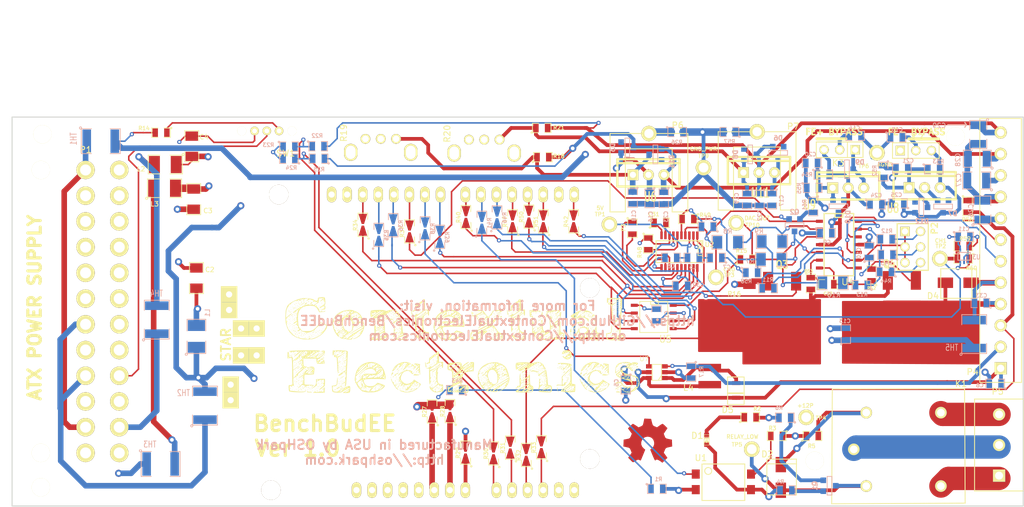
<source format=kicad_pcb>
(kicad_pcb (version 20221018) (generator pcbnew)
  (title_block (title "BenchBudEE") (rev "A") (company "Contextual Electronics"))
  (layers (0 "F.Cu" signal) (1 "In1.Cu" power "PWR") (2 "In2.Cu" power "GND") (31 "B.Cu" signal) (34 "B.Paste" user) (35 "F.Paste" user) (36 "B.SilkS" user) (37 "F.SilkS" user) (38 "B.Mask" user) (39 "F.Mask" user) (44 "Edge.Cuts" user))
  (net 0 "")
  (net 1 "+12C")
  (net 2 "+12P")
  (net 3 "+12V")
  (net 4 "+3.3V")
  (net 5 "+5P")
  (net 6 "+5V")
  (net 7 "-12P")
  (net 8 "-12V")
  (net 9 "/Arduino/CURR_MEAS")
  (net 10 "/Arduino/FAN_MODE")
  (net 11 "/Arduino/FAN_PWM")
  (net 12 "/Arduino/LED_EN_PWM")
  (net 13 "/Arduino/MISO")
  (net 14 "/Arduino/MOSI")
  (net 15 "/Arduino/RELAY+")
  (net 16 "/Arduino/RELAY-")
  (net 17 "/Arduino/SCLK")
  (net 18 "/Arduino/V+_ADJ_MON")
  (net 19 "/Arduino/V-_ADJ_MON")
  (net 20 "/Arduino/~{ADC_CS}")
  (net 21 "/Arduino/~{DR}")
  (net 22 "/Arduino/~{LDAC}")
  (net 23 "/Arduino/~{RESET}")
  (net 24 "/Arduino/~{SHDN}")
  (net 25 "/Fan/CS_N")
  (net 26 "/Fan/FAN_OUT+")
  (net 27 "/Fan/FAN_OUT-")
  (net 28 "/Fan/TACH_IN")
  (net 29 "/LED_Driver/LED_STRING+")
  (net 30 "/LED_Driver/LED_STRING-")
  (net 31 "/PowerAdjustmentMonitor/V+_ADJ")
  (net 32 "/PowerAdjustmentMonitor/V-_ADJ")
  (net 33 "/Relay/RELAY_COM")
  (net 34 "/Relay/RELAY_NC")
  (net 35 "/Relay/RELAY_NO")
  (net 36 "/Thermocouple/CH0+")
  (net 37 "/Thermocouple/CH0-")
  (net 38 "/Thermocouple/CH1+")
  (net 39 "/Thermocouple/CH1-")
  (net 40 "/Thermocouple/TC IN +")
  (net 41 "/Thermocouple/TC IN -")
  (net 42 "AGND")
  (net 43 "FE_V+")
  (net 44 "FE_V-")
  (net 45 "GND")
  (net 46 "GND_LED")
  (net 47 "GND_PWR")
  (net 48 "GND_RELAY")
  (net 49 "N-00000101")
  (net 50 "N-00000102")
  (net 51 "N-00000108")
  (net 52 "N-00000110")
  (net 53 "N-00000123")
  (net 54 "N-00000124")
  (net 55 "N-00000125")
  (net 56 "N-00000126")
  (net 57 "N-00000127")
  (net 58 "N-00000128")
  (net 59 "N-00000129")
  (net 60 "N-00000130")
  (net 61 "N-00000131")
  (net 62 "N-00000132")
  (net 63 "N-00000133")
  (net 64 "N-00000134")
  (net 65 "N-00000135")
  (net 66 "N-00000136")
  (net 67 "N-00000137")
  (net 68 "N-0000032")
  (net 69 "N-0000037")
  (net 70 "N-0000038")
  (net 71 "N-0000039")
  (net 72 "N-0000042")
  (net 73 "N-0000043")
  (net 74 "N-0000044")
  (net 75 "N-0000045")
  (net 76 "N-0000046")
  (net 77 "N-0000047")
  (net 78 "N-0000051")
  (net 79 "N-0000053")
  (net 80 "N-0000054")
  (net 81 "N-0000055")
  (net 82 "N-0000056")
  (net 83 "N-0000057")
  (net 84 "N-0000058")
  (net 85 "N-0000059")
  (net 86 "N-0000060")
  (net 87 "N-0000061")
  (net 88 "N-0000063")
  (net 89 "N-0000064")
  (net 90 "N-0000065")
  (net 91 "N-0000066")
  (net 92 "N-0000067")
  (net 93 "N-0000068")
  (net 94 "N-0000069")
  (net 95 "N-0000070")
  (net 96 "N-0000071")
  (net 97 "N-0000072")
  (net 98 "N-0000073")
  (net 99 "N-0000074")
  (net 100 "N-0000075")
  (net 101 "N-0000077")
  (net 102 "N-0000078")
  (net 103 "N-0000080")
  (net 104 "N-0000084")
  (net 105 "N-0000086")
  (net 106 "N-0000087")
  (net 107 "N-0000088")
  (net 108 "N-0000089")
  (net 109 "N-0000090")
  (net 110 "N-0000091")
  (net 111 "N-0000092")
  (net 112 "N-0000094")
  (net 113 "N-0000095")
  (net 114 "N-0000097")
  (footprint "SMA" (layer "F.Cu") (at 179.5018 137.8966 90)
    (fp_text reference "D2")
    (fp_text value "B130-13-F" hide)
  )
  (footprint "SM0805" (layer "F.Cu") (at 184.658 129.032)
    (fp_text reference "R5")
    (fp_text value "0" hide)
  )
  (footprint "SM0805" (layer "F.Cu") (at 178.816 129.032 180)
    (fp_text reference "R3")
    (fp_text value "0" hide)
  )
  (footprint "SM0805" (layer "F.Cu") (at 174.498 125.984)
    (fp_text reference "R2")
    (fp_text value "200" hide)
  )
  (footprint "4-SMD" (layer "F.Cu") (at 165.608 135.255 -90)
    (fp_text reference "U1")
    (fp_text value "LTV-816S" hide)
  )
  (footprint "SSOP20" (layer "F.Cu") (at 162.941 98.933 180)
    (fp_text reference "U2")
    (fp_text value "MCP3901" hide)
  )
  (footprint "SO14N" (layer "F.Cu") (at 189.103 97.79 -90)
    (fp_text reference "U4")
    (fp_text value "OPA4170" hide)
  )
  (footprint "pin_array_3x2" (layer "F.Cu") (at 201.041 98.171 -90)
    (fp_text reference "P2")
    (fp_text value "CONN_3X2" hide)
  )
  (footprint "SM0805" (layer "F.Cu") (at 157.861 97.663 -90)
    (fp_text reference "R48")
    (fp_text value "0" hide)
  )
  (footprint "SM0805" (layer "F.Cu") (at 164.338 93.599 180)
    (fp_text reference "R49")
    (fp_text value "0" hide)
  )
  (footprint "12pinTB" (layer "F.Cu") (at 215.392 117.983 90)
    (fp_text reference "P4")
    (fp_text value "12 Pin Terminal Block" hide)
  )
  (footprint "SO8N" (layer "F.Cu") (at 158.75 109.601 -90)
    (fp_text reference "U5")
    (fp_text value "MCP4801" hide)
  )
  (footprint "SMA" (layer "F.Cu") (at 206.375 104.013)
    (fp_text reference "D4")
    (fp_text value "B130-13-F" hide)
  )
  (footprint "SM1206-NO" (layer "F.Cu") (at 174.371 105.918 90)
    (fp_text reference "R16")
    (fp_text value "R" hide)
  )
  (footprint "SM0805" (layer "F.Cu") (at 173.863 100.203)
    (fp_text reference "R15")
    (fp_text value "R" hide)
  )
  (footprint "DPAK2-BB" (layer "F.Cu") (at 179.705 103.759 180)
    (fp_text reference "Q3")
    (fp_text value "AOD476" hide)
  )
  (footprint "DPAK2-BB" (layer "F.Cu") (at 199.263 103.632 180)
    (fp_text reference "Q4")
    (fp_text value "AOD476" hide)
  )
  (footprint "SM1210L" (layer "F.Cu") (at 78.867 88.5825)
    (fp_text reference "L3")
    (fp_text value "CM322522-220KL" hide)
  )
  (footprint "SM1210L" (layer "F.Cu") (at 78.994 84.709 180)
    (fp_text reference "L2")
    (fp_text value "CM322522-220KL" hide)
  )
  (footprint "SM1206" (layer "F.Cu") (at 83.6295 90.3605 -90)
    (fp_text reference "C3")
    (fp_text value "C" hide)
  )
  (footprint "SM1206" (layer "F.Cu") (at 83.312 81.7245 -90)
    (fp_text reference "C4")
    (fp_text value "C" hide)
  )
  (footprint "SM1206" (layer "F.Cu") (at 84.074 103.251 90)
    (fp_text reference "C2")
    (fp_text value "C" hide)
  )
  (footprint "SM0805" (layer "F.Cu") (at 78.2955 79.502 180)
    (fp_text reference "R14")
    (fp_text value "R" hide)
  )
  (footprint "BB_switch" (layer "F.Cu") (at 99.6696 79.2226 180)
    (fp_text reference "SW1")
    (fp_text value "Power Switch" hide)
  )
  (footprint "SM0805-SB2" (layer "F.Cu") (at 125.476 124.968 90)
    (fp_text reference "R28")
    (fp_text value "R" hide)
  )
  (footprint "SM0805-SB2" (layer "F.Cu") (at 128.0795 93.2815 90)
    (fp_text reference "R40")
    (fp_text value "R" hide)
  )
  (footprint "SM0805-SB2" (layer "F.Cu") (at 145.669 93.98 90)
    (fp_text reference "R42")
    (fp_text value "R" hide)
  )
  (footprint "SM0805-SB2" (layer "F.Cu") (at 128.016 131.7498 90)
    (fp_text reference "R29")
    (fp_text value "R" hide)
  )
  (footprint "SM0805-SB2" (layer "F.Cu") (at 122.555 125.0315 90)
    (fp_text reference "R27")
    (fp_text value "R" hide)
  )
  (footprint "SM0805-SB2" (layer "F.Cu") (at 111.252 94.5515 90)
    (fp_text reference "R34")
    (fp_text value "R" hide)
  )
  (footprint "SM0805-SB2" (layer "F.Cu") (at 132.588 131.8768 90)
    (fp_text reference "R30")
    (fp_text value "R" hide)
  )
  (footprint "SM0805-SB2" (layer "F.Cu") (at 135.3185 130.937 90)
    (fp_text reference "R31")
    (fp_text value "R" hide)
  )
  (footprint "SM0805-SB2" (layer "F.Cu") (at 140.3985 130.8735 90)
    (fp_text reference "R33")
    (fp_text value "R" hide)
  )
  (footprint "SM0805-SB2" (layer "F.Cu") (at 137.922 132.1308 90)
    (fp_text reference "R32")
    (fp_text value "R" hide)
  )
  (footprint "SM0805-SB2" (layer "F.Cu") (at 118.872 95.631 90)
    (fp_text reference "R37")
    (fp_text value "R" hide)
  )
  (footprint "SM0805-SB2" (layer "F.Cu") (at 135.6995 93.98 90)
    (fp_text reference "R47")
    (fp_text value "R" hide)
  )
  (footprint "SM0805-SB2" (layer "F.Cu") (at 140.716 93.98 90)
    (fp_text reference "R51")
    (fp_text value "R" hide)
  )
  (footprint "SM0805-SB2" (layer "F.Cu") (at 138.3665 93.218 90)
    (fp_text reference "R50")
    (fp_text value "R" hide)
  )
  (footprint "SM0805" (layer "F.Cu") (at 140.6525 83.5025)
    (fp_text reference "R18")
    (fp_text value "715" hide)
  )
  (footprint "SM0805" (layer "F.Cu") (at 140.462 78.74)
    (fp_text reference "R21")
    (fp_text value "715" hide)
  )
  (footprint "EVUE3K" (layer "F.Cu") (at 131.064 80.645 90)
    (fp_text reference "R20")
    (fp_text value "5K" hide)
  )
  (footprint "EVUE3K" (layer "F.Cu") (at 114.173 80.518 90)
    (fp_text reference "R19")
    (fp_text value "5K" hide)
  )
  (footprint "SOT23_6" (layer "F.Cu") (at 159.258 118.618 90)
    (fp_text reference "U7")
    (fp_text value "AP5726" hide)
  )
  (footprint "SOD-323" (layer "F.Cu") (at 172.212 120.396 -90)
    (fp_text reference "D5")
    (fp_text value "B0540WS-7" hide)
  )
  (footprint "NR4012" (layer "F.Cu") (at 167.894 120.65 90)
    (fp_text reference "L4")
    (fp_text value "22u" hide)
  )
  (footprint "TE-SPDT" (layer "F.Cu") (at 191.4144 131.2164)
    (fp_text reference "K1")
    (fp_text value "1461069-5" hide)
  )
  (footprint "TO220_BB" (layer "F.Cu") (at 175.9331 86.0171)
    (fp_text reference "U11")
    (fp_text value "LM317T" hide)
  )
  (footprint "TO220_BB" (layer "F.Cu") (at 202.9841 88.4809)
    (fp_text reference "U8")
    (fp_text value "LM337T" hide)
  )
  (footprint "TO220_BB" (layer "F.Cu") (at 157.8864 86.3854)
    (fp_text reference "U6")
    (fp_text value "LM337T" hide)
  )
  (footprint "GND_POINT_2" (layer "F.Cu") (at 92.6338 111.4806)
    (fp_text reference "JP1" hide)
    (fp_text value "JUMPER" hide)
  )
  (footprint "3mm-NPTH" (layer "F.Cu") (at 58.928 79.756)
    (fp_text reference "3 mm" hide)
    (fp_text value "VAL**" hide)
  )
  (footprint "3mm-NPTH" (layer "F.Cu") (at 58.674 137.414)
    (fp_text reference "3 mm" hide)
    (fp_text value "VAL**" hide)
  )
  (footprint "3mm-NPTH" (layer "F.Cu") (at 208.026 80.137)
    (fp_text reference "3 mm" hide)
    (fp_text value "VAL**" hide)
  )
  (footprint "Arduino" (layer "F.Cu") (at 82.2706 140.4112)
    (fp_text reference "ARD1" hide)
    (fp_text value "ARDUINOPINS" hide)
  )
  (footprint "SM0805" (layer "F.Cu") (at 155.2575 95.123 -90)
    (fp_text reference "P3")
    (fp_text value "CONN_2" hide)
  )
  (footprint "GND_POINT_2" (layer "F.Cu") (at 89.408 107.188 90)
    (fp_text reference "JP2" hide)
    (fp_text value "JUMPER" hide)
  )
  (footprint "GND_POINT_2" (layer "F.Cu") (at 92.6338 115.8748)
    (fp_text reference "JP3" hide)
    (fp_text value "JUMPER" hide)
  )
  (footprint "GND_POINT_2" (layer "F.Cu") (at 89.662 121.92 -90)
    (fp_text reference "JP4" hide)
    (fp_text value "JUMPER" hide)
  )
  (footprint "SM0805" (layer "F.Cu") (at 210.0072 91.5416 -90)
    (fp_text reference "R56")
    (fp_text value "R" hide)
  )
  (footprint "SM0805" (layer "F.Cu") (at 159.766 94.234)
    (fp_text reference "C31")
    (fp_text value "C" hide)
  )
  (footprint "ATX_Header" (layer "F.Cu") (at 58.674 85.598 -90)
    (fp_text reference "P1")
    (fp_text value "24 Pin MiniFit JR" hide)
  )
  (footprint "LED-0603-2" (layer "F.Cu") (at 167.386 129.667 90)
    (fp_text reference "D1")
    (fp_text value "LG Q971-KN-1" hide)
  )
  (footprint "OSHW_CU" (layer "F.Cu") (at 157.861 129.921)
    (fp_text reference "G***" hide)
    (fp_text value "OSHW_CU" hide)
  )
  (footprint "OSHW_SM" (layer "F.Cu") (at 157.861 129.921)
    (fp_text reference "G***" hide)
    (fp_text value "OSHW_SM" hide)
  )
  (footprint "V8508H" (layer "F.Cu") (at 175.6283 79.3496)
    (fp_text reference "P7")
    (fp_text value "CONN_1" hide)
  )
  (footprint "3pinTB" (layer "F.Cu") (at 215.138 135.509 90)
    (fp_text reference "P5")
    (fp_text value "3 Pin TB" hide)
  )
  (footprint "V8508H" (layer "F.Cu") (at 157.9626 79.6417)
    (fp_text reference "P6")
    (fp_text value "CONN_1" hide)
  )
  (footprint "TO220_BB" (layer "F.Cu") (at 190.5 88.519)
    (fp_text reference "U9")
    (fp_text value "LM317T" hide)
  )
  (footprint "3mm-NPTH" (layer "F.Cu") (at 185.039 133.096)
    (fp_text reference "3 mm" hide)
    (fp_text value "VAL**" hide)
  )
  (footprint "TestPointTH" (layer "F.Cu") (at 168.91 103.124)
    (fp_text reference "TP3")
    (fp_text value "CH0")
  )
  (footprint "TestPointTH" (layer "F.Cu") (at 205.486 100.076)
    (fp_text reference "TP2")
    (fp_text value "CH1")
  )
  (footprint "TestPointTH" (layer "F.Cu") (at 151.511 94.488)
    (fp_text reference "TP1")
    (fp_text value "5V")
  )
  (footprint "TestPointTH" (layer "F.Cu") (at 174.752 131.191)
    (fp_text reference "TP5")
    (fp_text value "RELAY_LOW")
  )
  (footprint "TestPointTH" (layer "F.Cu") (at 183.642 125.984)
    (fp_text reference "TP4")
    (fp_text value "+12P")
  )
  (footprint "TestPointTH" (layer "F.Cu") (at 166.878 85.217)
    (fp_text reference "TP9")
    (fp_text value "GND_PWR")
  )
  (footprint "TestPointTH" (layer "F.Cu") (at 172.212 94.234)
    (fp_text reference "TP10")
    (fp_text value "DAC_OUT")
  )
  (footprint "SM0805" (layer "F.Cu") (at 209.296 100.076 180)
    (fp_text reference "R60")
    (fp_text value "1K" hide)
  )
  (footprint "SM0805" (layer "F.Cu") (at 209.296 98.044 180)
    (fp_text reference "R59")
    (fp_text value "1K" hide)
  )
  (footprint "SM0805" (layer "F.Cu") (at 194.31 102.743 90)
    (fp_text reference "R62")
    (fp_text value "0" hide)
  )
  (footprint "SM0805" (layer "F.Cu") (at 187.198 104.267)
    (fp_text reference "C32")
    (fp_text value "C" hide)
  )
  (footprint "SM0805" (layer "F.Cu") (at 184.404 104.14 -90)
    (fp_text reference "R63")
    (fp_text value "0" hide)
  )
  (footprint "PIN_ARRAY_3X1" (layer "F.Cu") (at 189.103 82.296 180)
    (fp_text reference "K3")
    (fp_text value "CONN_3" hide)
  )
  (footprint "PIN_ARRAY_3X1" (layer "F.Cu") (at 201.549 82.423)
    (fp_text reference "K2")
    (fp_text value "CONN_3" hide)
  )
  (footprint "TestPointTH" (layer "F.Cu") (at 195.199 82.804)
    (fp_text reference "TP6")
    (fp_text value "AGND")
  )
  (footprint "CE-LOGO" (layer "F.Cu") (at 127.2286 114.1476)
    (fp_text reference "G***" hide)
    (fp_text value "CE-LOGO" hide)
  )
  (footprint "SOT23EBC" (layer "B.Cu") (at 187.452 137.16 -90)
    (fp_text reference "Q1")
    (fp_text value "2N3904" hide)
  )
  (footprint "SM0805" (layer "B.Cu") (at 159.258 137.668)
    (fp_text reference "R1")
    (fp_text value "500" hide)
  )
  (footprint "SM0805" (layer "B.Cu") (at 180.1495 126.0475 180)
    (fp_text reference "R6")
    (fp_text value "0" hide)
  )
  (footprint "SM0805" (layer "B.Cu") (at 180.34 137.922)
    (fp_text reference "R4")
    (fp_text value "100" hide)
  )
  (footprint "SOT353" (layer "B.Cu") (at 209.423 99.695 90)
    (fp_text reference "U3")
    (fp_text value "LMT84" hide)
  )
  (footprint "SM1206" (layer "B.Cu") (at 178.054 97.282 180)
    (fp_text reference "R9")
    (fp_text value "R" hide)
  )
  (footprint "SM1206" (layer "B.Cu") (at 170.815 97.409)
    (fp_text reference "R8")
    (fp_text value "R" hide)
  )
  (footprint "SM1206" (layer "B.Cu") (at 177.927 100.203)
    (fp_text reference "R7")
    (fp_text value "R" hide)
  )
  (footprint "SM1206" (layer "B.Cu") (at 187.96 104.013)
    (fp_text reference "R10")
    (fp_text value "R" hide)
  )
  (footprint "SM0805" (layer "B.Cu") (at 196.596 102.235 180)
    (fp_text reference "R44")
    (fp_text value "R" hide)
  )
  (footprint "SM0805" (layer "B.Cu") (at 168.91 99.949 180)
    (fp_text reference "C7")
    (fp_text value "C" hide)
  )
  (footprint "SM0805" (layer "B.Cu") (at 161.544 99.949 180)
    (fp_text reference "C8")
    (fp_text value "C" hide)
  )
  (footprint "SM0805" (layer "B.Cu") (at 193.929 98.933 90)
    (fp_text reference "C10")
    (fp_text value "C" hide)
  )
  (footprint "SM0805" (layer "B.Cu") (at 186.8678 95.9104)
    (fp_text reference "C9")
    (fp_text value "C" hide)
  )
  (footprint "SM0805" (layer "B.Cu") (at 209.423 96.52)
    (fp_text reference "C11")
    (fp_text value "C" hide)
  )
  (footprint "SM0805" (layer "B.Cu") (at 196.85 99.441 180)
    (fp_text reference "R45")
    (fp_text value "R" hide)
  )
  (footprint "SM0805" (layer "B.Cu") (at 192.659 104.394 180)
    (fp_text reference "R13")
    (fp_text value "R" hide)
  )
  (footprint "SM0805" (layer "B.Cu") (at 196.723 96.901 180)
    (fp_text reference "R12")
    (fp_text value "R" hide)
  )
  (footprint "SM0805" (layer "B.Cu") (at 167.513 94.869 180)
    (fp_text reference "C1")
    (fp_text value "C" hide)
  )
  (footprint "SOT23GDS" (layer "B.Cu") (at 181.737 94.615 180)
    (fp_text reference "Q2")
    (fp_text value "DMN65D8L-7" hide)
  )
  (footprint "SM1812" (layer "B.Cu") (at 211.074 112.395 90)
    (fp_text reference "TH5")
    (fp_text value "MINISMDC050F-2" hide)
  )
  (footprint "SM0805" (layer "B.Cu") (at 190.119 112.395 90)
    (fp_text reference "C13")
    (fp_text value "C" hide)
  )
  (footprint "SM0805" (layer "B.Cu") (at 159.1945 109.2835 90)
    (fp_text reference "C12")
    (fp_text value "C" hide)
  )
  (footprint "SM1812" (layer "B.Cu") (at 68.453 80.899)
    (fp_text reference "TH1")
    (fp_text value "MINISMDC050F-2" hide)
  )
  (footprint "SM1812" (layer "B.Cu") (at 85.471 124.079 90)
    (fp_text reference "TH2")
    (fp_text value "MINISMDC050F-2" hide)
  )
  (footprint "SM1812" (layer "B.Cu") (at 78.232 133.604)
    (fp_text reference "TH3")
    (fp_text value "MINISMDC050F-2" hide)
  )
  (footprint "SM1812" (layer "B.Cu") (at 77.597 110.0455 90)
    (fp_text reference "TH4")
    (fp_text value "MINISMDC050F-2" hide)
  )
  (footprint "SM1210L" (layer "B.Cu") (at 84.074 112.776 90)
    (fp_text reference "L1")
    (fp_text value "CM322522-220KL" hide)
  )
  (footprint "SM0805-SB2" (layer "B.Cu") (at 113.8555 96.2025 90)
    (fp_text reference "R35")
    (fp_text value "R" hide)
  )
  (footprint "SM0805-SB2" (layer "B.Cu") (at 116.205 94.615 90)
    (fp_text reference "R36")
    (fp_text value "R" hide)
  )
  (footprint "SM0805-SB2" (layer "B.Cu") (at 121.412 95.123 90)
    (fp_text reference "R38")
    (fp_text value "R" hide)
  )
  (footprint "SM0805-SB2" (layer "B.Cu") (at 123.825 96.52 90)
    (fp_text reference "R39")
    (fp_text value "R" hide)
  )
  (footprint "SM0805-SB2" (layer "B.Cu") (at 130.683 94.234 90)
    (fp_text reference "R41")
    (fp_text value "R" hide)
  )
  (footprint "SM0805" (layer "B.Cu") (at 126.4285 121.539 180)
    (fp_text reference "R43")
    (fp_text value "R" hide)
  )
  (footprint "SM0805-SB2" (layer "B.Cu") (at 133.1595 93.345 90)
    (fp_text reference "R46")
    (fp_text value "R" hide)
  )
  (footprint "SM0805" (layer "B.Cu") (at 178.054 90.424 -90)
    (fp_text reference "C17")
    (fp_text value "C" hide)
  )
  (footprint "SM0805" (layer "B.Cu") (at 176.022 90.424 -90)
    (fp_text reference "C22")
    (fp_text value "C" hide)
  )
  (footprint "SM0805" (layer "B.Cu") (at 160.3883 90.1954 -90)
    (fp_text reference "C23")
    (fp_text value "C" hide)
  )
  (footprint "SM0805" (layer "B.Cu") (at 158.0642 90.2335 -90)
    (fp_text reference "C16")
    (fp_text value "C" hide)
  )
  (footprint "SM0805" (layer "B.Cu") (at 198.374 80.264)
    (fp_text reference "C15")
    (fp_text value "C" hide)
  )
  (footprint "SM0805" (layer "B.Cu") (at 191.643 80.01)
    (fp_text reference "C14")
    (fp_text value "C" hide)
  )
  (footprint "SM0805" (layer "B.Cu") (at 199.263 85.344)
    (fp_text reference "C21")
    (fp_text value "C" hide)
  )
  (footprint "SM0805" (layer "B.Cu") (at 184.531 84.455 180)
    (fp_text reference "C20")
    (fp_text value "C" hide)
  )
  (footprint "SM0805" (layer "B.Cu") (at 173.99 90.424 -90)
    (fp_text reference "C19")
    (fp_text value "C" hide)
  )
  (footprint "SM0805" (layer "B.Cu") (at 155.3083 90.1573 -90)
    (fp_text reference "C18")
    (fp_text value "C" hide)
  )
  (footprint "SM0805" (layer "B.Cu") (at 195.0339 91.2114)
    (fp_text reference "C24")
    (fp_text value "C" hide)
  )
  (footprint "SM0805" (layer "B.Cu") (at 196.215 85.852 -90)
    (fp_text reference "R52")
    (fp_text value "R" hide)
  )
  (footprint "SM0805" (layer "B.Cu") (at 204.47 85.471)
    (fp_text reference "R53")
    (fp_text value "R" hide)
  )
  (footprint "SM0805" (layer "B.Cu") (at 186.436 86.36)
    (fp_text reference "R54")
    (fp_text value "R" hide)
  )
  (footprint "SM0805" (layer "B.Cu") (at 104.013 83.7565 180)
    (fp_text reference "R25")
    (fp_text value "R" hide)
  )
  (footprint "SM0805" (layer "B.Cu") (at 99.187 83.7565 180)
    (fp_text reference "R24")
    (fp_text value "R" hide)
  )
  (footprint "SM0805" (layer "B.Cu") (at 99.187 81.788)
    (fp_text reference "R23")
    (fp_text value "R" hide)
  )
  (footprint "SM0805" (layer "B.Cu") (at 103.9495 81.7245)
    (fp_text reference "R22")
    (fp_text value "R" hide)
  )
  (footprint "SOT23-DIODE" (layer "B.Cu") (at 188.9125 91.5289 180)
    (fp_text reference "D10")
    (fp_text value "MMBD914-7-F" hide)
  )
  (footprint "SOT23-DIODE" (layer "B.Cu") (at 174.498 83.058 -90)
    (fp_text reference "D8")
    (fp_text value "MMBD914-7-F" hide)
  )
  (footprint "SOT23-DIODE" (layer "B.Cu") (at 190.2968 85.471 -90)
    (fp_text reference "D9")
    (fp_text value "MMBD914-7-F" hide)
  )
  (footprint "SOT23-DIODE" (layer "B.Cu") (at 202.438 91.694 -90)
    (fp_text reference "D12")
    (fp_text value "MMBD914-7-F" hide)
  )
  (footprint "SOT23-DIODE" (layer "B.Cu") (at 205.994 91.567 180)
    (fp_text reference "D7")
    (fp_text value "MMBD914-7-F" hide)
  )
  (footprint "SOT23-DIODE" (layer "B.Cu") (at 154.432 81.9277 -90)
    (fp_text reference "D3")
    (fp_text value "MMBD914-7-F" hide)
  )
  (footprint "SOT23-DIODE" (layer "B.Cu") (at 159.0167 83.058 90)
    (fp_text reference "D11")
    (fp_text value "MMBD914-7-F" hide)
  )
  (footprint "SOT23-DIODE" (layer "B.Cu") (at 179.07 82.804 180)
    (fp_text reference "D6")
    (fp_text value "MMBD914-7-F" hide)
  )
  (footprint "SM0805" (layer "B.Cu") (at 154.178 120.65 -90)
    (fp_text reference "C5")
    (fp_text value "1U" hide)
  )
  (footprint "SM0805" (layer "B.Cu") (at 214.503 120.523 180)
    (fp_text reference "C6")
    (fp_text value "1U" hide)
  )
  (footprint "SM0805" (layer "B.Cu") (at 164.846 118.618 -90)
    (fp_text reference "R17")
    (fp_text value "15" hide)
  )
  (footprint "SM0805" (layer "B.Cu") (at 184.6961 88.5317)
    (fp_text reference "R55")
    (fp_text value "R" hide)
  )
  (footprint "SM0805" (layer "B.Cu") (at 198.628 91.059 180)
    (fp_text reference "C25")
    (fp_text value "C" hide)
  )
  (footprint "SM0805" (layer "B.Cu") (at 177.419 104.902)
    (fp_text reference "R11")
    (fp_text value "R" hide)
  )
  (footprint "SM0805" (layer "B.Cu") (at 165.227 99.949 180)
    (fp_text reference "L5")
    (fp_text value "INDUCTOR" hide)
  )
  (footprint "SM1210" (layer "B.Cu") (at 211.7344 79.8068 -90)
    (fp_text reference "C29")
    (fp_text value "C" hide)
  )
  (footprint "SM1210" (layer "B.Cu") (at 211.582 83.7692 180)
    (fp_text reference "C28")
    (fp_text value "C" hide)
  )
  (footprint "SM1210" (layer "B.Cu") (at 211.4804 87.3252 180)
    (fp_text reference "C27")
    (fp_text value "C" hide)
  )
  (footprint "SM1210" (layer "B.Cu") (at 212.3948 92.1512 90)
    (fp_text reference "C26")
    (fp_text value "C" hide)
  )
  (footprint "SM0805" (layer "B.Cu") (at 163.322 104.521 180)
    (fp_text reference "C30")
    (fp_text value "C" hide)
  )
  (footprint "SM0805" (layer "B.Cu") (at 162.5727 79.4004)
    (fp_text reference "R26")
    (fp_text value "R" hide)
  )
  (footprint "SM0805" (layer "B.Cu") (at 171.1071 79.4004 180)
    (fp_text reference "R57")
    (fp_text value "R" hide)
  )
  (footprint "SM0805" (layer "B.Cu") (at 174.752 102.362)
    (fp_text reference "R58")
    (fp_text value "0" hide)
  )
  (footprint "SM0805" (layer "B.Cu") (at 184.785 91.567 -90)
    (fp_text reference "R61")
    (fp_text value "0" hide)
  )
  (footprint "SM0805" (layer "B.Cu") (at 212.09 107.315 180)
    (fp_text reference "C33")
    (fp_text value "C" hide)
  )
  (gr_line (start 206.756 78.232) (end 209.804 78.232) (stroke (width 0.2)) (layer "B.SilkS"))
  (gr_line (start 209.804 78.232) (end 209.55 77.851) (stroke (width 0.2)) (layer "B.SilkS"))
  (gr_line (start 209.804 78.232) (end 209.55 78.613) (stroke (width 0.2)) (layer "B.SilkS"))
  (gr_line (start 209.804 78.232) (end 209.677 78.232) (stroke (width 0.2)) (layer "B.SilkS"))
  (gr_line (start 200.406 80.518) (end 205.232 80.518) (stroke (width 0.508)) (layer "F.SilkS"))
  (gr_line (start 185.42 80.518) (end 190.119 80.518) (stroke (width 0.508)) (layer "F.SilkS"))
  (gr_line (start 53.975 76.962) (end 53.975 140.462) (stroke (width 0.15)) (layer "Edge.Cuts"))
  (gr_line (start 219.075 140.462) (end 219.075 76.962) (stroke (width 0.15)) (layer "Edge.Cuts"))
  (gr_line (start 53.975 140.462) (end 219.075 140.462) (stroke (width 0.15)) (layer "Edge.Cuts"))
  (gr_line (start 219.075 76.962) (end 53.975 76.962) (stroke (width 0.15)) (layer "Edge.Cuts"))
  (gr_text "Manufactured in USA by OSHpark\nhttp://oshpark.com" (at 113.157 131.699) (layer "B.SilkS") (effects (font (size 1.524 1.524) (thickness 0.3)) (justify mirror)))
  (gr_text "For more information, visit:\nhttps://GitHub.com/ContextualElectronics/BenchBudEE\nor http://ContextualElectronics.com" (at 133.223 110.236) (layer "B.SilkS") (effects (font (size 1.524 1.524) (thickness 0.3048)) (justify mirror)))
  (gr_text "Ver 1.0" (at 100.584 131.064) (layer "F.SilkS") (effects (font (size 2.54 2.54) (thickness 0.508))))
  (gr_text "BenchBudEE" (at 105.029 127) (layer "F.SilkS") (effects (font (size 2.54 2.54) (thickness 0.508))))
  (gr_text "FE- BYPASS" (at 201.676 79.375) (layer "F.SilkS") (effects (font (size 1 1) (thickness 0.25))))
  (gr_text "ATX POWER SUPPLY" (at 57.658 108.077 90) (layer "F.SilkS") (effects (font (size 2.032 2.032) (thickness 0.508))))
  (gr_text "FE+ BYPASS" (at 188.214 79.375) (layer "F.SilkS") (effects (font (size 1 1) (thickness 0.25))))
  (gr_text "STAR" (at 88.9 114.1222 90) (layer "F.SilkS") (effects (font (size 1.524 1.524) (thickness 0.3))))
  (via (at 187.833 113.411) (size 1.1684) (drill 0.6096) (layers "F.Cu" "B.Cu") (net 1))
  (via (at 71.374 135.128) (size 1.1684) (drill 0.6096) (layers "F.Cu" "B.Cu") (net 1))
  (segment (start 71.374 135.128) (end 73.406 135.128) (width 0.9144) (layer "B.Cu") (net 1))
  (segment (start 73.406 135.128) (end 74.93 133.604) (width 0.9144) (layer "B.Cu") (net 1))
  (segment (start 74.93 133.604) (end 75.946 133.604) (width 0.9144) (layer "B.Cu") (net 1))
  (segment (start 190.0555 113.411) (end 190.119 113.3475) (width 0.9144) (layer "B.Cu") (net 1))
  (segment (start 209.7405 113.3475) (end 211.074 114.681) (width 0.9144) (layer "B.Cu") (net 1))
  (segment (start 187.833 113.411) (end 190.0555 113.411) (width 0.9144) (layer "B.Cu") (net 1))
  (segment (start 190.119 113.3475) (end 209.7405 113.3475) (width 0.9144) (layer "B.Cu") (net 1))
  (segment (start 77.089 126.6825) (end 80.0735 129.667) (width 0.9144) (layer "F.Cu") (net 2))
  (segment (start 181.864 129.032) (end 183.7055 129.032) (width 0.6096) (layer "F.Cu") (net 2))
  (segment (start 77.089 88.5825) (end 77.089 126.6825) (width 0.9144) (layer "F.Cu") (net 2))
  (segment (start 128.016 128.27) (end 128.016 130.7973) (width 0.6096) (layer "F.Cu") (net 2))
  (segment (start 179.7685 129.032) (end 181.864 129.032) (width 0.6096) (layer "F.Cu") (net 2))
  (via (at 128.016 128.27) (size 1.1684) (drill 0.6096) (layers "F.Cu" "B.Cu") (net 2))
  (via (at 181.864 129.032) (size 1.1684) (drill 0.6096) (layers "F.Cu" "B.Cu") (net 2))
  (via (at 80.0735 129.667) (size 1.1684) (drill 0.6096) (layers "F.Cu" "B.Cu") (net 2))
  (segment (start 80.0735 129.667) (end 80.518 130.1115) (width 0.9144) (layer "B.Cu") (net 2))
  (segment (start 80.518 130.1115) (end 80.518 133.604) (width 0.9144) (layer "B.Cu") (net 2))
  (segment (start 85.598 88.7095) (end 86.106 88.2015) (width 0.9144) (layer "F.Cu") (net 3))
  (segment (start 83.5025 88.5825) (end 83.6295 88.7095) (width 1.2192) (layer "F.Cu") (net 3))
  (segment (start 83.6295 88.7095) (end 85.598 88.7095) (width 0.9144) (layer "F.Cu") (net 3))
  (segment (start 80.645 88.5825) (end 83.5025 88.5825) (width 1.2192) (layer "F.Cu") (net 3))
  (via (at 86.106 88.2015) (size 1.1684) (drill 0.6096) (layers "F.Cu" "B.Cu") (net 3))
  (segment (start 179.07 85.4174) (end 178.475 86.0124) (width 0.6096) (layer "B.Cu") (net 3))
  (segment (start 178.475 87.971) (end 178.054 88.392) (width 0.6096) (layer "B.Cu") (net 3))
  (segment (start 178.054 88.392) (end 178.054 89.4715) (width 0.6096) (layer "B.Cu") (net 3))
  (segment (start 189.865 80.01) (end 189.103 80.772) (width 0.6096) (layer "B.Cu") (net 3))
  (segment (start 189.103 80.772) (end 189.103 82.296) (width 0.6096) (layer "B.Cu") (net 3))
  (segment (start 178.475 86.0124) (end 178.475 87.971) (width 0.6096) (layer "B.Cu") (net 3))
  (segment (start 190.6905 80.01) (end 189.865 80.01) (width 0.6096) (layer "B.Cu") (net 3))
  (segment (start 179.07 83.82) (end 179.07 85.4174) (width 0.6096) (layer "B.Cu") (net 3))
  (segment (start 75.438 79.502) (end 75.3745 79.502) (width 0.254) (layer "F.Cu") (net 4))
  (segment (start 73.787 79.502) (end 73.533 79.756) (width 0.254) (layer "F.Cu") (net 4))
  (segment (start 77.343 79.502) (end 75.438 79.502) (width 0.254) (layer "F.Cu") (net 4))
  (segment (start 75.438 79.502) (end 73.787 79.502) (width 0.254) (layer "F.Cu") (net 4))
  (via (at 147.574 83.058) (size 1.1684) (drill 0.6096) (layers "F.Cu" "B.Cu") (net 4))
  (via (at 73.533 79.756) (size 0.6858) (drill 0.3302) (layers "F.Cu" "B.Cu") (net 4))
  (segment (start 215.3325 86.4235) (end 215.392 86.483) (width 0.9144) (layer "B.Cu") (net 4))
  (segment (start 143.8275 86.8045) (end 147.574 83.058) (width 0.9144) (layer "B.Cu") (net 4))
  (segment (start 143.8275 86.8045) (end 92.837 86.8045) (width 0.9144) (layer "B.Cu") (net 4))
  (segment (start 92.837 86.6775) (end 88.2015 82.042) (width 0.9144) (layer "B.Cu") (net 4))
  (segment (start 88.2015 82.042) (end 71.882 82.042) (width 0.9144) (layer "B.Cu") (net 4))
  (segment (start 71.882 82.042) (end 70.739 80.899) (width 0.9144) (layer "B.Cu") (net 4))
  (segment (start 73.533 79.756) (end 72.39 80.899) (width 0.254) (layer "B.Cu") (net 4))
  (segment (start 72.39 80.899) (end 70.739 80.899) (width 0.254) (layer "B.Cu") (net 4))
  (segment (start 214.5498 87.3252) (end 215.392 86.483) (width 0.9144) (layer "B.Cu") (net 4))
  (segment (start 213.0044 87.3252) (end 214.5498 87.3252) (width 0.9144) (layer "B.Cu") (net 4))
  (segment (start 92.837 86.8045) (end 92.837 86.6775) (width 0.9144) (layer "B.Cu") (net 4))
  (segment (start 157.0355 119.5705) (end 156.21 120.396) (width 0.6096) (layer "F.Cu") (net 5))
  (segment (start 156.21 120.396) (end 154.432 120.396) (width 0.6096) (layer "F.Cu") (net 5))
  (segment (start 154.432 120.396) (end 153.924 119.888) (width 0.6096) (layer "F.Cu") (net 5))
  (segment (start 153.924 119.888) (end 153.924 118.11) (width 0.6096) (layer "F.Cu") (net 5))
  (segment (start 163.068 120.904) (end 158.242 120.904) (width 0.6096) (layer "F.Cu") (net 5))
  (segment (start 158.242 120.904) (end 157.988 120.65) (width 0.6096) (layer "F.Cu") (net 5))
  (segment (start 157.988 119.5705) (end 157.988 120.65) (width 0.6096) (layer "F.Cu") (net 5))
  (segment (start 167.64 120.904) (end 167.894 120.65) (width 0.6096) (layer "F.Cu") (net 5))
  (segment (start 163.068 120.904) (end 167.64 120.904) (width 0.6096) (layer "F.Cu") (net 5))
  (segment (start 157.988 119.5705) (end 157.0355 119.5705) (width 0.6096) (layer "F.Cu") (net 5))
  (via (at 91.313 91.44) (size 1.1684) (drill 0.6096) (layers "F.Cu" "B.Cu") (net 5))
  (via (at 153.924 118.11) (size 1.1684) (drill 0.6096) (layers "F.Cu" "B.Cu") (net 5))
  (via (at 84.3915 119.507) (size 1.1684) (drill 0.6096) (layers "F.Cu" "B.Cu") (net 5))
  (via (at 93.472 119.634) (size 1.1684) (drill 0.6096) (layers "F.Cu" "B.Cu") (net 5))
  (segment (start 85.471 120.5865) (end 84.3915 119.507) (width 0.9144) (layer "B.Cu") (net 5))
  (segment (start 84.074 119.1895) (end 84.3915 119.507) (width 0.9144) (layer "B.Cu") (net 5))
  (segment (start 82.423 119.507) (end 80.772 117.856) (width 0.9144) (layer "B.Cu") (net 5))
  (segment (start 80.772 117.856) (end 80.772 103.378) (width 0.9144) (layer "B.Cu") (net 5))
  (segment (start 80.772 103.378) (end 79.502 102.108) (width 0.9144) (layer "B.Cu") (net 5))
  (segment (start 79.502 102.108) (end 79.502 98.806) (width 0.9144) (layer "B.Cu") (net 5))
  (segment (start 79.502 98.806) (end 83.312 94.996) (width 0.9144) (layer "B.Cu") (net 5))
  (segment (start 83.312 94.996) (end 86.614 94.996) (width 0.9144) (layer "B.Cu") (net 5))
  (segment (start 85.725 119.507) (end 87.249 117.983) (width 0.9144) (layer "B.Cu") (net 5))
  (segment (start 87.249 117.983) (end 91.821 117.983) (width 0.9144) (layer "B.Cu") (net 5))
  (segment (start 91.821 117.983) (end 93.472 119.634) (width 0.9144) (layer "B.Cu") (net 5))
  (segment (start 153.924 118.11) (end 154.178 118.364) (width 0.6096) (layer "B.Cu") (net 5))
  (segment (start 154.178 118.364) (end 154.178 119.6975) (width 0.6096) (layer "B.Cu") (net 5))
  (segment (start 215.1998 93.6752) (end 215.392 93.483) (width 0.9144) (layer "B.Cu") (net 5))
  (segment (start 87.757 94.996) (end 91.313 91.44) (width 0.9144) (layer "B.Cu") (net 5))
  (segment (start 82.423 119.507) (end 84.3915 119.507) (width 0.9144) (layer "B.Cu") (net 5))
  (segment (start 84.074 114.554) (end 84.074 119.1895) (width 0.9144) (layer "B.Cu") (net 5))
  (segment (start 85.471 120.5865) (end 85.471 121.793) (width 0.9144) (layer "B.Cu") (net 5))
  (segment (start 84.3915 119.507) (end 85.725 119.507) (width 0.9144) (layer "B.Cu") (net 5))
  (segment (start 87.376 94.996) (end 87.757 94.996) (width 0.9144) (layer "B.Cu") (net 5))
  (segment (start 212.3948 93.6752) (end 215.1998 93.6752) (width 0.9144) (layer "B.Cu") (net 5))
  (segment (start 86.614 94.996) (end 87.376 94.996) (width 0.9144) (layer "B.Cu") (net 5))
  (segment (start 84.074 108.077) (end 84.2645 108.2675) (width 0.6096) (layer "F.Cu") (net 6))
  (segment (start 164.592 97.917) (end 164.5666 97.8916) (width 0.254) (layer "F.Cu") (net 6))
  (segment (start 164.5666 97.8916) (end 164.5666 96.266) (width 0.254) (layer "F.Cu") (net 6))
  (segment (start 156.718 107.696) (end 157.226 108.204) (width 0.254) (layer "F.Cu") (net 6))
  (segment (start 155.575 107.696) (end 156.718 107.696) (width 0.254) (layer "F.Cu") (net 6))
  (segment (start 84.074 104.902) (end 84.074 108.077) (width 0.6096) (layer "F.Cu") (net 6))
  (via (at 84.2645 108.2675) (size 1.1684) (drill 0.6096) (layers "F.Cu" "B.Cu") (net 6))
  (via (at 157.226 108.204) (size 0.6858) (drill 0.3302) (layers "F.Cu" "B.Cu") (net 6))
  (via (at 207.01 96.52) (size 0.6858) (drill 0.3302) (layers "F.Cu" "B.Cu") (net 6))
  (via (at 164.592 97.917) (size 0.6858) (drill 0.3302) (layers "F.Cu" "B.Cu") (net 6))
  (segment (start 84.074 108.458) (end 84.2645 108.2675) (width 0.9144) (layer "B.Cu") (net 6))
  (segment (start 208.788 98.044) (end 208.4705 97.7265) (width 0.254) (layer "B.Cu") (net 6))
  (segment (start 208.4705 97.7265) (end 208.4705 96.52) (width 0.254) (layer "B.Cu") (net 6))
  (segment (start 164.2745 98.2345) (end 164.592 97.917) (width 0.254) (layer "B.Cu") (net 6))
  (segment (start 157.226 108.204) (end 157.353 108.331) (width 0.254) (layer "B.Cu") (net 6))
  (segment (start 157.353 108.331) (end 159.1945 108.331) (width 0.254) (layer "B.Cu") (net 6))
  (segment (start 159.893 94.488) (end 163.322 97.917) (width 0.254) (layer "B.Cu") (net 6))
  (segment (start 163.322 97.917) (end 164.592 97.917) (width 0.254) (layer "B.Cu") (net 6))
  (segment (start 208.4705 96.52) (end 207.01 96.52) (width 0.254) (layer "B.Cu") (net 6))
  (segment (start 164.2745 99.949) (end 164.2745 98.2345) (width 0.254) (layer "B.Cu") (net 6))
  (segment (start 84.074 108.458) (end 84.074 110.998) (width 0.9144) (layer "B.Cu") (net 6))
  (segment (start 162.4965 99.949) (end 164.2745 99.949) (width 0.254) (layer "B.Cu") (net 6))
  (segment (start 151.511 94.488) (end 159.893 94.488) (width 0.254) (layer "B.Cu") (net 6))
  (segment (start 208.788 98.679) (end 208.788 98.044) (width 0.254) (layer "B.Cu") (net 6))
  (segment (start 74.676 83.439) (end 76.073 84.709) (width 0.9144) (layer "F.Cu") (net 7))
  (segment (start 76.073 84.709) (end 77.216 84.709) (width 0.9144) (layer "F.Cu") (net 7))
  (via (at 74.676 83.439) (size 1.1684) (drill 0.6096) (layers "F.Cu" "B.Cu") (net 7))
  (segment (start 77.597 86.233) (end 74.676 83.439) (width 0.9144) (layer "B.Cu") (net 7))
  (segment (start 77.597 107.7595) (end 77.597 86.233) (width 0.9144) (layer "B.Cu") (net 7))
  (segment (start 85.9155 83.3755) (end 85.979 83.439) (width 0.9144) (layer "F.Cu") (net 8))
  (segment (start 157.8756 85.7612) (end 157.8756 86.368) (width 0.6096) (layer "F.Cu") (net 8))
  (segment (start 83.312 84.1375) (end 82.7405 84.709) (width 0.254) (layer "F.Cu") (net 8))
  (segment (start 82.7405 84.709) (end 80.772 84.709) (width 0.254) (layer "F.Cu") (net 8))
  (segment (start 157.8864 86.3092) (end 155.448 83.8708) (width 0.6096) (layer "F.Cu") (net 8))
  (segment (start 155.448 83.8708) (end 154.0891 83.8708) (width 0.6096) (layer "F.Cu") (net 8))
  (segment (start 154.0891 83.8708) (end 152.654 85.3059) (width 0.6096) (layer "F.Cu") (net 8))
  (segment (start 83.312 83.3755) (end 83.312 84.1375) (width 0.254) (layer "F.Cu") (net 8))
  (segment (start 157.8864 86.3854) (end 157.8864 86.3092) (width 0.6096) (layer "F.Cu") (net 8))
  (segment (start 83.312 83.3755) (end 85.9155 83.3755) (width 0.9144) (layer "F.Cu") (net 8))
  (via (at 152.654 85.3059) (size 1.1684) (drill 0.6096) (layers "F.Cu" "B.Cu") (net 8))
  (via (at 85.979 83.439) (size 1.1684) (drill 0.6096) (layers "F.Cu" "B.Cu") (net 8))
  (segment (start 158.0642 86.5632) (end 157.8864 86.3854) (width 0.9144) (layer "B.Cu") (net 8))
  (segment (start 152.654 85.3059) (end 153.416 84.5439) (width 0.6096) (layer "B.Cu") (net 8))
  (segment (start 153.416 84.5439) (end 153.416 82.8167) (width 0.6096) (layer "B.Cu") (net 8))
  (segment (start 200.406 80.264) (end 201.549 81.407) (width 0.6096) (layer "B.Cu") (net 8))
  (segment (start 201.549 81.407) (end 201.549 82.423) (width 0.6096) (layer "B.Cu") (net 8))
  (segment (start 199.3265 80.264) (end 200.406 80.264) (width 0.6096) (layer "B.Cu") (net 8))
  (segment (start 158.0642 89.281) (end 158.0642 86.5632) (width 0.9144) (layer "B.Cu") (net 8))
  (segment (start 137.922 117.7925) (end 142.621 113.0935) (width 0.254) (layer "F.Cu") (net 9))
  (segment (start 142.621 113.0935) (end 165.989 113.0935) (width 0.254) (layer "F.Cu") (net 9))
  (segment (start 166.4335 113.0935) (end 166.497 113.03) (width 0.254) (layer "F.Cu") (net 9))
  (segment (start 165.989 113.0935) (end 166.4335 113.0935) (width 0.254) (layer "F.Cu") (net 9))
  (segment (start 168.8465 113.0935) (end 174.371 107.569) (width 0.254) (layer "F.Cu") (net 9))
  (segment (start 184.404 107.315) (end 184.277 107.442) (width 0.6096) (layer "F.Cu") (net 9))
  (segment (start 196.977 105.664) (end 196.469 106.172) (width 0.6096) (layer "F.Cu") (net 9))
  (segment (start 196.469 106.172) (end 185.166 106.172) (width 0.6096) (layer "F.Cu") (net 9))
  (segment (start 185.166 106.172) (end 184.404 106.934) (width 0.6096) (layer "F.Cu") (net 9))
  (segment (start 184.404 106.934) (end 184.404 107.315) (width 0.6096) (layer "F.Cu") (net 9))
  (segment (start 165.989 113.0935) (end 168.8465 113.0935) (width 0.254) (layer "F.Cu") (net 9))
  (segment (start 137.922 131.1783) (end 137.922 117.7925) (width 0.254) (layer "F.Cu") (net 9))
  (segment (start 184.404 105.0925) (end 184.404 106.934) (width 0.6096) (layer "F.Cu") (net 9))
  (segment (start 196.977 103.632) (end 196.977 105.664) (width 0.6096) (layer "F.Cu") (net 9))
  (segment (start 145.669 95.504) (end 146.558 96.393) (width 0.254) (layer "F.Cu") (net 10))
  (segment (start 146.558 96.393) (end 147.32 96.393) (width 0.254) (layer "F.Cu") (net 10))
  (segment (start 169.672 106.172) (end 181.4195 106.172) (width 0.254) (layer "F.Cu") (net 10))
  (segment (start 181.4195 106.172) (end 181.991 105.6005) (width 0.254) (layer "F.Cu") (net 10))
  (segment (start 181.991 103.759) (end 181.991 105.6005) (width 0.254) (layer "F.Cu") (net 10))
  (segment (start 145.669 94.9325) (end 145.669 95.504) (width 0.254) (layer "F.Cu") (net 10))
  (segment (start 169.672 106.172) (end 167.259 106.172) (width 0.254) (layer "F.Cu") (net 10))
  (via (at 167.259 106.172) (size 0.6858) (drill 0.3302) (layers "F.Cu" "B.Cu") (net 10))
  (via (at 147.32 96.393) (size 0.6858) (drill 0.3302) (layers "F.Cu" "B.Cu") (net 10))
  (segment (start 147.32 96.393) (end 147.447 96.52) (width 0.254) (layer "B.Cu") (net 10))
  (segment (start 147.447 96.52) (end 151.384 96.52) (width 0.254) (layer "B.Cu") (net 10))
  (segment (start 151.384 96.52) (end 160.4645 105.6005) (width 0.254) (layer "B.Cu") (net 10))
  (segment (start 167.259 106.172) (end 166.6875 105.6005) (width 0.254) (layer "B.Cu") (net 10))
  (segment (start 166.6875 105.6005) (end 160.4645 105.6005) (width 0.254) (layer "B.Cu") (net 10))
  (segment (start 160.4645 105.6005) (end 160.4772 105.6132) (width 0.254) (layer "B.Cu") (net 10))
  (segment (start 118.872 98.6155) (end 119.761 99.5045) (width 0.254) (layer "F.Cu") (net 11))
  (segment (start 119.761 99.5045) (end 120.777 99.5045) (width 0.254) (layer "F.Cu") (net 11))
  (segment (start 120.777 99.5045) (end 125.73 94.5515) (width 0.254) (layer "F.Cu") (net 11))
  (segment (start 125.73 94.5515) (end 125.73 89.154) (width 0.254) (layer "F.Cu") (net 11))
  (segment (start 125.73 89.154) (end 127.508 87.376) (width 0.254) (layer "F.Cu") (net 11))
  (segment (start 127.508 87.376) (end 151.257 87.376) (width 0.254) (layer "F.Cu") (net 11))
  (segment (start 151.257 87.376) (end 154.051 90.17) (width 0.254) (layer "F.Cu") (net 11))
  (segment (start 154.051 90.17) (end 175.1965 90.17) (width 0.254) (layer "F.Cu") (net 11))
  (segment (start 175.1965 90.17) (end 178.308 93.2815) (width 0.254) (layer "F.Cu") (net 11))
  (segment (start 178.308 93.2815) (end 179.2605 93.2815) (width 0.254) (layer "F.Cu") (net 11))
  (segment (start 179.2605 93.2815) (end 179.324 93.2815) (width 0.254) (layer "F.Cu") (net 11))
  (segment (start 179.5145 93.2815) (end 179.578 93.218) (width 0.254) (layer "F.Cu") (net 11))
  (segment (start 179.2605 93.2815) (end 179.5145 93.2815) (width 0.254) (layer "F.Cu") (net 11))
  (segment (start 118.872 96.5835) (end 118.872 98.6155) (width 0.254) (layer "F.Cu") (net 11))
  (via (at 179.578 93.218) (size 0.6858) (drill 0.3302) (layers "F.Cu" "B.Cu") (net 11))
  (segment (start 179.578 93.218) (end 179.959 93.599) (width 0.254) (layer "B.Cu") (net 11))
  (segment (start 179.959 93.599) (end 180.848 93.599) (width 0.254) (layer "B.Cu") (net 11))
  (segment (start 157.734 116.0145) (end 157.988 116.2685) (width 0.254) (layer "F.Cu") (net 12))
  (segment (start 157.988 117.6655) (end 157.988 116.2685) (width 0.254) (layer "F.Cu") (net 12))
  (segment (start 144.4625 114.681) (end 145.796 116.0145) (width 0.254) (layer "F.Cu") (net 12))
  (segment (start 157.734 116.0145) (end 145.796 116.0145) (width 0.254) (layer "F.Cu") (net 12))
  (via (at 144.4625 114.681) (size 0.6858) (drill 0.3302) (layers "F.Cu" "B.Cu") (net 12))
  (segment (start 121.412 99.314) (end 126.111 104.013) (width 0.254) (layer "B.Cu") (net 12))
  (segment (start 126.111 104.013) (end 143.129 104.013) (width 0.254) (layer "B.Cu") (net 12))
  (segment (start 143.129 104.013) (end 144.4625 105.3465) (width 0.254) (layer "B.Cu") (net 12))
  (segment (start 144.4625 105.3465) (end 144.4625 114.681) (width 0.254) (layer "B.Cu") (net 12))
  (segment (start 121.412 99.314) (end 121.412 96.0755) (width 0.254) (layer "B.Cu") (net 12))
  (segment (start 165.227 103.759) (end 163.068 105.918) (width 0.254) (layer "F.Cu") (net 13))
  (segment (start 163.068 105.918) (end 154.432 105.918) (width 0.254) (layer "F.Cu") (net 13))
  (segment (start 154.432 105.918) (end 150.0505 101.5365) (width 0.254) (layer "F.Cu") (net 13))
  (segment (start 150.0505 101.5365) (end 149.987 101.5365) (width 0.254) (layer "F.Cu") (net 13))
  (segment (start 149.987 101.5365) (end 117.348 101.5365) (width 0.254) (layer "F.Cu") (net 13))
  (segment (start 165.227 101.6) (end 165.227 103.759) (width 0.254) (layer "F.Cu") (net 13))
  (via (at 117.348 101.5365) (size 0.6858) (drill 0.3302) (layers "F.Cu" "B.Cu") (net 13))
  (segment (start 117.348 101.5365) (end 116.0145 100.203) (width 0.254) (layer "B.Cu") (net 13))
  (segment (start 116.0145 100.203) (end 116.0145 97.9805) (width 0.254) (layer "B.Cu") (net 13))
  (segment (start 116.0145 97.9805) (end 116.0145 97.7265) (width 0.254) (layer "B.Cu") (net 13))
  (segment (start 116.0145 95.758) (end 116.205 95.5675) (width 0.254) (layer "B.Cu") (net 13))
  (segment (start 116.0145 97.9805) (end 116.0145 95.758) (width 0.254) (layer "B.Cu") (net 13))
  (segment (start 151.8285 104.775) (end 152.0825 105.029) (width 0.254) (layer "F.Cu") (net 14))
  (segment (start 165.862 103.251) (end 165.862 103.1875) (width 0.254) (layer "F.Cu") (net 14))
  (segment (start 165.862 103.1875) (end 165.862 101.6) (width 0.254) (layer "F.Cu") (net 14))
  (segment (start 165.862 104.14) (end 163.449 106.553) (width 0.254) (layer "F.Cu") (net 14))
  (segment (start 163.449 106.553) (end 153.6065 106.553) (width 0.254) (layer "F.Cu") (net 14))
  (segment (start 153.6065 106.553) (end 151.8285 104.775) (width 0.254) (layer "F.Cu") (net 14))
  (segment (start 151.8285 110.4265) (end 152.908 111.506) (width 0.254) (layer "F.Cu") (net 14))
  (segment (start 152.908 111.506) (end 155.575 111.506) (width 0.254) (layer "F.Cu") (net 14))
  (segment (start 151.638 104.775) (end 149.352 102.489) (width 0.254) (layer "F.Cu") (net 14))
  (segment (start 149.352 102.489) (end 115.189 102.489) (width 0.254) (layer "F.Cu") (net 14))
  (segment (start 115.189 102.489) (end 113.919 101.219) (width 0.254) (layer "F.Cu") (net 14))
  (segment (start 151.8285 104.775) (end 151.8285 110.4265) (width 0.254) (layer "F.Cu") (net 14))
  (segment (start 165.862 103.1875) (end 165.862 104.14) (width 0.254) (layer "F.Cu") (net 14))
  (segment (start 151.8285 104.775) (end 151.638 104.775) (width 0.254) (layer "F.Cu") (net 14))
  (via (at 113.919 101.219) (size 0.6858) (drill 0.3302) (layers "F.Cu" "B.Cu") (net 14))
  (segment (start 113.919 101.219) (end 113.8555 101.1555) (width 0.254) (layer "B.Cu") (net 14))
  (segment (start 113.8555 101.1555) (end 113.8555 99.695) (width 0.254) (layer "B.Cu") (net 14))
  (segment (start 113.8555 99.695) (end 113.8555 97.155) (width 0.254) (layer "B.Cu") (net 14))
  (segment (start 163.703 135.128) (end 163.83 135.255) (width 0.254) (layer "F.Cu") (net 15))
  (segment (start 163.83 135.255) (end 165.608 135.255) (width 0.254) (layer "F.Cu") (net 15))
  (via (at 163.703 135.128) (size 0.6858) (drill 0.3302) (layers "F.Cu" "B.Cu") (net 15))
  (segment (start 130.683 97.155) (end 133.7945 100.2665) (width 0.254) (layer "B.Cu") (net 15))
  (segment (start 133.7945 100.2665) (end 142.748 100.2665) (width 0.254) (layer "B.Cu") (net 15))
  (segment (start 142.748 100.2665) (end 145.796 103.3145) (width 0.254) (layer "B.Cu") (net 15))
  (segment (start 145.796 103.3145) (end 145.796 118.3005) (width 0.254) (layer "B.Cu") (net 15))
  (segment (start 145.796 118.3005) (end 162.6235 135.128) (width 0.254) (layer "B.Cu") (net 15))
  (segment (start 162.6235 135.128) (end 163.703 135.128) (width 0.254) (layer "B.Cu") (net 15))
  (segment (start 130.683 95.1865) (end 130.683 97.155) (width 0.254) (layer "B.Cu") (net 15))
  (segment (start 144.0815 121.539) (end 158.3055 135.763) (width 0.254) (layer "B.Cu") (net 16))
  (segment (start 158.3055 135.763) (end 158.3055 137.668) (width 0.254) (layer "B.Cu") (net 16))
  (segment (start 127.381 121.539) (end 144.0815 121.539) (width 0.254) (layer "B.Cu") (net 16))
  (segment (start 112.7125 100.3935) (end 111.252 98.933) (width 0.254) (layer "F.Cu") (net 17))
  (segment (start 111.252 98.933) (end 111.252 95.504) (width 0.254) (layer "F.Cu") (net 17))
  (segment (start 164.5666 103.6574) (end 163.703 104.521) (width 0.254) (layer "F.Cu") (net 17))
  (segment (start 153.7335 110.363) (end 153.8605 110.236) (width 0.254) (layer "F.Cu") (net 17))
  (segment (start 153.8605 110.236) (end 155.575 110.236) (width 0.254) (layer "F.Cu") (net 17))
  (segment (start 150.3045 100.3935) (end 150.368 100.3935) (width 0.254) (layer "F.Cu") (net 17))
  (segment (start 150.368 100.3935) (end 113.792 100.3935) (width 0.254) (layer "F.Cu") (net 17))
  (segment (start 162.941 105.283) (end 155.194 105.283) (width 0.254) (layer "F.Cu") (net 17))
  (segment (start 155.194 105.283) (end 154.432 104.521) (width 0.254) (layer "F.Cu") (net 17))
  (segment (start 164.5666 101.6) (end 164.5666 102.7684) (width 0.254) (layer "F.Cu") (net 17))
  (segment (start 163.703 104.521) (end 162.941 105.283) (width 0.254) (layer "F.Cu") (net 17))
  (segment (start 164.5666 102.7684) (end 164.5666 103.6574) (width 0.254) (layer "F.Cu") (net 17))
  (segment (start 154.432 104.521) (end 150.3045 100.3935) (width 0.254) (layer "F.Cu") (net 17))
  (segment (start 113.792 100.3935) (end 112.7125 100.3935) (width 0.254) (layer "F.Cu") (net 17))
  (via (at 154.432 104.521) (size 0.6858) (drill 0.3302) (layers "F.Cu" "B.Cu") (net 17))
  (via (at 153.7335 110.363) (size 0.6858) (drill 0.3302) (layers "F.Cu" "B.Cu") (net 17))
  (segment (start 154.432 104.521) (end 152.8445 106.1085) (width 0.254) (layer "B.Cu") (net 17))
  (segment (start 152.8445 106.1085) (end 152.8445 109.474) (width 0.254) (layer "B.Cu") (net 17))
  (segment (start 152.8445 109.474) (end 153.7335 110.363) (width 0.254) (layer "B.Cu") (net 17))
  (segment (start 132.588 124.6505) (end 103.378 95.4405) (width 0.254) (layer "F.Cu") (net 18))
  (segment (start 103.378 95.4405) (end 103.378 86.0425) (width 0.254) (layer "F.Cu") (net 18))
  (segment (start 103.378 86.0425) (end 100.9015 83.566) (width 0.254) (layer "F.Cu") (net 18))
  (segment (start 100.9015 83.566) (end 100.9015 81.28) (width 0.254) (layer "F.Cu") (net 18))
  (segment (start 100.9015 81.28) (end 101.5365 80.645) (width 0.254) (layer "F.Cu") (net 18))
  (segment (start 132.588 130.9243) (end 132.588 124.6505) (width 0.254) (layer "F.Cu") (net 18))
  (via (at 101.5365 80.645) (size 0.6858) (drill 0.3302) (layers "F.Cu" "B.Cu") (net 18))
  (segment (start 102.9335 81.788) (end 102.997 81.7245) (width 0.254) (layer "B.Cu") (net 18))
  (segment (start 101.5365 80.645) (end 101.5365 81.788) (width 0.254) (layer "B.Cu") (net 18))
  (segment (start 101.5365 81.788) (end 102.9335 81.788) (width 0.254) (layer "B.Cu") (net 18))
  (segment (start 100.1395 81.788) (end 101.5365 81.788) (width 0.254) (layer "B.Cu") (net 18))
  (segment (start 101.6 82.931) (end 104.0765 85.4075) (width 0.254) (layer "F.Cu") (net 19))
  (segment (start 104.0765 85.4075) (end 104.0765 94.996) (width 0.254) (layer "F.Cu") (net 19))
  (segment (start 104.0765 94.996) (end 131.8895 122.809) (width 0.254) (layer "F.Cu") (net 19))
  (segment (start 131.8895 122.809) (end 131.8895 122.809) (width 0.254) (layer "F.Cu") (net 19))
  (segment (start 131.8895 122.809) (end 135.509 126.4285) (width 0.254) (layer "F.Cu") (net 19))
  (segment (start 135.509 129.794) (end 135.3185 129.9845) (width 0.254) (layer "F.Cu") (net 19))
  (segment (start 135.509 126.4285) (end 135.509 129.794) (width 0.254) (layer "F.Cu") (net 19))
  (via (at 101.6 82.931) (size 0.6858) (drill 0.3302) (layers "F.Cu" "B.Cu") (net 19))
  (segment (start 101.6 83.7565) (end 103.0605 83.7565) (width 0.254) (layer "B.Cu") (net 19))
  (segment (start 100.1395 83.7565) (end 101.6 83.7565) (width 0.254) (layer "B.Cu") (net 19))
  (segment (start 101.6 83.7565) (end 101.6 82.931) (width 0.254) (layer "B.Cu") (net 19))
  (segment (start 163.9062 102.9208) (end 162.179 104.648) (width 0.254) (layer "F.Cu") (net 20))
  (segment (start 162.179 104.648) (end 155.575 104.648) (width 0.254) (layer "F.Cu") (net 20))
  (segment (start 155.575 104.648) (end 150.6855 99.7585) (width 0.254) (layer "F.Cu") (net 20))
  (segment (start 150.6855 99.7585) (end 126.111 99.7585) (width 0.254) (layer "F.Cu") (net 20))
  (segment (start 126.111 99.7585) (end 126.0475 99.7585) (width 0.254) (layer "F.Cu") (net 20))
  (segment (start 124.5235 99.7585) (end 123.8885 99.1235) (width 0.254) (layer "F.Cu") (net 20))
  (segment (start 163.9062 102.412798) (end 163.9062 102.9208) (width 0.254) (layer "F.Cu") (net 20))
  (segment (start 163.9062 101.6) (end 163.9062 102.412798) (width 0.254) (layer "F.Cu") (net 20))
  (segment (start 126.111 99.7585) (end 124.5235 99.7585) (width 0.254) (layer "F.Cu") (net 20))
  (via (at 123.8885 99.1235) (size 0.6858) (drill 0.3302) (layers "F.Cu" "B.Cu") (net 20))
  (segment (start 123.8885 99.1235) (end 123.825 99.06) (width 0.254) (layer "B.Cu") (net 20))
  (segment (start 123.825 99.06) (end 123.825 97.4725) (width 0.254) (layer "B.Cu") (net 20))
  (segment (start 161.9504 102.4636) (end 161.671 102.743) (width 0.254) (layer "F.Cu") (net 21))
  (segment (start 161.671 102.743) (end 154.813 102.743) (width 0.254) (layer "F.Cu") (net 21))
  (segment (start 154.813 102.743) (end 151.0665 98.9965) (width 0.254) (layer "F.Cu") (net 21))
  (segment (start 151.0665 98.9965) (end 136.144 98.9965) (width 0.254) (layer "F.Cu") (net 21))
  (segment (start 136.144 98.9965) (end 135.5725 98.425) (width 0.254) (layer "F.Cu") (net 21))
  (segment (start 135.5725 98.425) (end 135.5725 97.0915) (width 0.254) (layer "F.Cu") (net 21))
  (segment (start 135.5725 95.0595) (end 135.6995 94.9325) (width 0.254) (layer "F.Cu") (net 21))
  (segment (start 161.9504 101.6) (end 161.9504 102.4636) (width 0.254) (layer "F.Cu") (net 21))
  (segment (start 135.5725 97.0915) (end 135.5725 95.0595) (width 0.254) (layer "F.Cu") (net 21))
  (segment (start 163.957 111.506) (end 165.4175 110.0455) (width 0.254) (layer "F.Cu") (net 22))
  (segment (start 165.4175 110.0455) (end 165.4175 108.204) (width 0.254) (layer "F.Cu") (net 22))
  (segment (start 138.43 96.901) (end 138.3665 96.8375) (width 0.254) (layer "F.Cu") (net 22))
  (segment (start 138.3665 96.8375) (end 138.3665 94.1705) (width 0.254) (layer "F.Cu") (net 22))
  (segment (start 161.925 111.506) (end 163.957 111.506) (width 0.254) (layer "F.Cu") (net 22))
  (via (at 165.4175 108.204) (size 0.6858) (drill 0.3302) (layers "F.Cu" "B.Cu") (net 22))
  (via (at 138.43 96.901) (size 0.6858) (drill 0.3302) (layers "F.Cu" "B.Cu") (net 22))
  (segment (start 165.4175 108.204) (end 165.4175 108.2929) (width 0.254) (layer "B.Cu") (net 22))
  (segment (start 157.988 105.2195) (end 157.95625 105.18775) (width 0.254) (layer "B.Cu") (net 22))
  (segment (start 150.749 97.9805) (end 141.605 97.9805) (width 0.254) (layer "B.Cu") (net 22))
  (segment (start 141.605 97.9805) (end 140.9065 97.282) (width 0.254) (layer "B.Cu") (net 22))
  (segment (start 140.9065 97.282) (end 138.8745 97.282) (width 0.254) (layer "B.Cu") (net 22))
  (segment (start 138.811 97.282) (end 138.43 96.901) (width 0.254) (layer "B.Cu") (net 22))
  (segment (start 157.95625 105.18775) (end 150.749 97.9805) (width 0.254) (layer "B.Cu") (net 22))
  (segment (start 157.96895 105.18775) (end 159.6644 106.8832) (width 0.254) (layer "B.Cu") (net 22))
  (segment (start 159.6644 106.8832) (end 164.0967 106.8832) (width 0.254) (layer "B.Cu") (net 22))
  (segment (start 164.0967 106.8832) (end 165.4175 108.204) (width 0.254) (layer "B.Cu") (net 22))
  (segment (start 157.95625 105.18775) (end 157.96895 105.18775) (width 0.254) (layer "B.Cu") (net 22))
  (segment (start 138.8745 97.282) (end 138.811 97.282) (width 0.254) (layer "B.Cu") (net 22))
  (segment (start 165.862 97.2185) (end 166.9415 98.298) (width 0.254) (layer "F.Cu") (net 23))
  (segment (start 166.9415 98.298) (end 166.9415 104.2035) (width 0.254) (layer "F.Cu") (net 23))
  (segment (start 166.9415 104.2035) (end 166.37 104.775) (width 0.254) (layer "F.Cu") (net 23))
  (segment (start 166.3446 104.775) (end 164.6936 106.426) (width 0.254) (layer "F.Cu") (net 23))
  (segment (start 165.862 96.266) (end 165.862 97.2185) (width 0.254) (layer "F.Cu") (net 23))
  (segment (start 166.37 104.775) (end 166.3446 104.775) (width 0.254) (layer "F.Cu") (net 23))
  (via (at 164.6936 106.426) (size 0.6858) (drill 0.3302) (layers "F.Cu" "B.Cu") (net 23))
  (segment (start 133.0325 94.4245) (end 133.1595 94.2975) (width 0.254) (layer "B.Cu") (net 23))
  (segment (start 160.0708 106.2228) (end 160.0581 106.2101) (width 0.254) (layer "B.Cu") (net 23))
  (segment (start 151.003 97.155) (end 141.859 97.155) (width 0.254) (layer "B.Cu") (net 23))
  (segment (start 141.859 97.155) (end 140.843 96.139) (width 0.254) (layer "B.Cu") (net 23))
  (segment (start 140.843 96.139) (end 134.0485 96.139) (width 0.254) (layer "B.Cu") (net 23))
  (segment (start 134.0485 96.139) (end 133.1595 95.25) (width 0.254) (layer "B.Cu") (net 23))
  (segment (start 133.1595 95.25) (end 133.1595 94.2975) (width 0.254) (layer "B.Cu") (net 23))
  (segment (start 164.6936 106.426) (end 164.4777 106.2101) (width 0.254) (layer "B.Cu") (net 23))
  (segment (start 164.4777 106.2101) (end 160.0581 106.2101) (width 0.254) (layer "B.Cu") (net 23))
  (segment (start 160.0581 106.2101) (end 151.003 97.155) (width 0.254) (layer "B.Cu") (net 23))
  (segment (start 140.843 98.171) (end 140.6525 97.9805) (width 0.254) (layer "F.Cu") (net 24))
  (segment (start 140.6525 97.9805) (end 140.6525 96.52) (width 0.254) (layer "F.Cu") (net 24))
  (segment (start 140.716 94.9325) (end 140.6525 94.996) (width 0.254) (layer "F.Cu") (net 24))
  (segment (start 164.1475 110.236) (end 164.6555 109.728) (width 0.254) (layer "F.Cu") (net 24))
  (segment (start 140.6525 96.52) (end 140.6525 94.996) (width 0.254) (layer "F.Cu") (net 24))
  (segment (start 161.925 110.236) (end 163.576 110.236) (width 0.254) (layer "F.Cu") (net 24))
  (segment (start 163.576 110.236) (end 164.1475 110.236) (width 0.254) (layer "F.Cu") (net 24))
  (via (at 164.6555 109.728) (size 0.6858) (drill 0.3302) (layers "F.Cu" "B.Cu") (net 24))
  (via (at 140.843 98.171) (size 0.6858) (drill 0.3302) (layers "F.Cu" "B.Cu") (net 24))
  (segment (start 157.861 106.045) (end 150.431498 98.615498) (width 0.254) (layer "B.Cu") (net 24))
  (segment (start 150.431498 98.615498) (end 141.287498 98.615498) (width 0.254) (layer "B.Cu") (net 24))
  (segment (start 141.287498 98.615498) (end 140.843 98.171) (width 0.254) (layer "B.Cu") (net 24))
  (segment (start 164.6555 109.728) (end 164.6555 108.3183) (width 0.254) (layer "B.Cu") (net 24))
  (segment (start 157.861 106.0704) (end 159.1818 107.3912) (width 0.254) (layer "B.Cu") (net 24))
  (segment (start 159.1818 107.3912) (end 163.7284 107.3912) (width 0.254) (layer "B.Cu") (net 24))
  (segment (start 163.7284 107.3912) (end 164.6555 108.3183) (width 0.254) (layer "B.Cu") (net 24))
  (segment (start 157.861 106.045) (end 157.861 106.0704) (width 0.254) (layer "B.Cu") (net 24))
  (segment (start 154.178 108.966) (end 153.7335 108.5215) (width 0.254) (layer "F.Cu") (net 25))
  (segment (start 128.0795 95.1865) (end 129.2225 96.3295) (width 0.254) (layer "F.Cu") (net 25))
  (segment (start 129.2225 96.3295) (end 132.715 96.3295) (width 0.254) (layer "F.Cu") (net 25))
  (segment (start 132.715 96.3295) (end 133.477 97.0915) (width 0.254) (layer "F.Cu") (net 25))
  (segment (start 128.0795 94.234) (end 128.0795 95.1865) (width 0.254) (layer "F.Cu") (net 25))
  (segment (start 155.575 108.966) (end 154.178 108.966) (width 0.254) (layer "F.Cu") (net 25))
  (via (at 153.7335 108.5215) (size 0.6858) (drill 0.3302) (layers "F.Cu" "B.Cu") (net 25))
  (via (at 133.477 97.0915) (size 0.6858) (drill 0.3302) (layers "F.Cu" "B.Cu") (net 25))
  (segment (start 153.7335 108.5215) (end 153.743462 108.511538) (width 0.254) (layer "B.Cu") (net 25))
  (segment (start 153.743462 108.511538) (end 153.743462 106.670038) (width 0.254) (layer "B.Cu") (net 25))
  (segment (start 153.743462 106.670038) (end 155.321 105.0925) (width 0.254) (layer "B.Cu") (net 25))
  (segment (start 155.321 105.0925) (end 155.321 104.267) (width 0.254) (layer "B.Cu") (net 25))
  (segment (start 155.321 104.267) (end 150.1775 99.1235) (width 0.254) (layer "B.Cu") (net 25))
  (segment (start 150.1775 99.1235) (end 139.065 99.1235) (width 0.254) (layer "B.Cu") (net 25))
  (segment (start 133.477 97.0915) (end 133.5405 97.155) (width 0.254) (layer "B.Cu") (net 25))
  (segment (start 133.5405 97.155) (end 137.0965 97.155) (width 0.254) (layer "B.Cu") (net 25))
  (segment (start 137.0965 97.155) (end 139.065 99.1235) (width 0.254) (layer "B.Cu") (net 25))
  (segment (start 215.362 104.013) (end 215.392 103.983) (width 0.9144) (layer "F.Cu") (net 26))
  (segment (start 210.566 104.013) (end 215.362 104.013) (width 0.9144) (layer "F.Cu") (net 26))
  (segment (start 211.1375 110.0455) (end 211.074 110.109) (width 0.6096) (layer "B.Cu") (net 26))
  (segment (start 211.1375 105.2195) (end 212.374 103.983) (width 0.6096) (layer "B.Cu") (net 26))
  (segment (start 212.374 103.983) (end 215.392 103.983) (width 0.6096) (layer "B.Cu") (net 26))
  (segment (start 211.1375 107.315) (end 211.1375 110.0455) (width 0.6096) (layer "B.Cu") (net 26))
  (segment (start 211.1375 107.315) (end 211.1375 105.2195) (width 0.6096) (layer "B.Cu") (net 26))
  (segment (start 211.369 107.483) (end 211.328 107.442) (width 0.9144) (layer "F.Cu") (net 27))
  (segment (start 206.375 104.013) (end 206.375 107.696) (width 0.6096) (layer "F.Cu") (net 27))
  (segment (start 215.392 107.483) (end 211.369 107.483) (width 0.9144) (layer "F.Cu") (net 27))
  (segment (start 215.224 107.315) (end 215.392 107.483) (width 0.6096) (layer "B.Cu") (net 27))
  (segment (start 213.0425 107.315) (end 215.224 107.315) (width 0.6096) (layer "B.Cu") (net 27))
  (segment (start 140.3985 126.1745) (end 142.367 124.206) (width 0.254) (layer "F.Cu") (net 28))
  (segment (start 142.367 124.206) (end 179.7812 124.206) (width 0.254) (layer "F.Cu") (net 28))
  (segment (start 179.7812 124.206) (end 182.5752 121.412) (width 0.254) (layer "F.Cu") (net 28))
  (segment (start 182.5752 121.412) (end 216.281 121.412) (width 0.254) (layer "F.Cu") (net 28))
  (segment (start 216.281 121.412) (end 217.551 120.142) (width 0.254) (layer "F.Cu") (net 28))
  (segment (start 217.551 120.142) (end 217.551 113.142) (width 0.254) (layer "F.Cu") (net 28))
  (segment (start 217.551 113.142) (end 215.392 110.983) (width 0.254) (layer "F.Cu") (net 28))
  (segment (start 215.5594 110.983) (end 217.3224 109.22) (width 0.6096) (layer "F.Cu") (net 28))
  (segment (start 217.3224 109.22) (end 217.3224 96.4692) (width 0.6096) (layer "F.Cu") (net 28))
  (segment (start 217.3224 96.4692) (end 215.9508 95.0976) (width 0.6096) (layer "F.Cu") (net 28))
  (segment (start 215.9508 95.0976) (end 214.5284 95.0976) (width 0.6096) (layer "F.Cu") (net 28))
  (segment (start 214.5284 95.0976) (end 211.9249 92.4941) (width 0.6096) (layer "F.Cu") (net 28))
  (segment (start 211.9249 92.4941) (end 210.0072 92.4941) (width 0.6096) (layer "F.Cu") (net 28))
  (segment (start 215.392 110.983) (end 215.5594 110.983) (width 0.6096) (layer "F.Cu") (net 28))
  (segment (start 140.3985 129.921) (end 140.3985 126.1745) (width 0.254) (layer "F.Cu") (net 28))
  (segment (start 160.922 122.796) (end 160.782 122.936) (width 0.6096) (layer "F.Cu") (net 29))
  (segment (start 176.9494 122.796) (end 179.501798 120.243602) (width 0.6096) (layer "F.Cu") (net 29))
  (segment (start 179.501798 120.243602) (end 206.629 120.243602) (width 0.6096) (layer "F.Cu") (net 29))
  (segment (start 206.629 120.243602) (end 206.717898 120.243602) (width 0.6096) (layer "F.Cu") (net 29))
  (segment (start 213.131398 120.243602) (end 215.392 117.983) (width 0.6096) (layer "F.Cu") (net 29))
  (segment (start 206.629 120.243602) (end 213.131398 120.243602) (width 0.6096) (layer "F.Cu") (net 29))
  (segment (start 156.21 118.618) (end 157.988 118.618) (width 0.6096) (layer "F.Cu") (net 29))
  (segment (start 172.212 122.796) (end 160.922 122.796) (width 0.6096) (layer "F.Cu") (net 29))
  (segment (start 172.212 122.796) (end 176.9494 122.796) (width 0.6096) (layer "F.Cu") (net 29))
  (via (at 160.782 122.936) (size 1.1684) (drill 0.6096) (layers "F.Cu" "B.Cu") (net 29))
  (via (at 156.21 118.618) (size 1.1684) (drill 0.6096) (layers "F.Cu" "B.Cu") (net 29))
  (segment (start 156.21 118.618) (end 156.21 121.158) (width 0.6096) (layer "B.Cu") (net 29))
  (segment (start 156.21 121.158) (end 157.734 122.682) (width 0.6096) (layer "B.Cu") (net 29))
  (segment (start 160.782 122.936) (end 160.528 122.682) (width 0.6096) (layer "B.Cu") (net 29))
  (segment (start 160.528 122.682) (end 157.734 122.682) (width 0.6096) (layer "B.Cu") (net 29))
  (segment (start 215.4555 118.0465) (end 215.392 117.983) (width 0.6096) (layer "B.Cu") (net 29))
  (segment (start 215.4555 120.523) (end 215.4555 118.0465) (width 0.6096) (layer "B.Cu") (net 29))
  (segment (start 161.798 117.602) (end 161.7345 117.6655) (width 0.254) (layer "F.Cu") (net 30))
  (segment (start 160.528 117.6655) (end 161.7345 117.6655) (width 0.254) (layer "F.Cu") (net 30))
  (via (at 161.798 117.602) (size 0.6858) (drill 0.3302) (layers "F.Cu" "B.Cu") (net 30))
  (segment (start 164.7825 117.602) (end 164.846 117.6655) (width 0.254) (layer "B.Cu") (net 30))
  (segment (start 169.545 119.38) (end 168.91 118.745) (width 0.6096) (layer "B.Cu") (net 30))
  (segment (start 167.8305 117.6655) (end 164.846 117.6655) (width 0.6096) (layer "B.Cu") (net 30))
  (segment (start 205.105 120.396) (end 170.561 120.396) (width 0.6096) (layer "B.Cu") (net 30))
  (segment (start 168.91 118.745) (end 170.561 120.396) (width 0.6096) (layer "B.Cu") (net 30))
  (segment (start 168.91 118.745) (end 167.8305 117.6655) (width 0.6096) (layer "B.Cu") (net 30))
  (segment (start 210.312 120.269) (end 211.582 118.999) (width 0.6096) (layer "B.Cu") (net 30))
  (segment (start 211.582 118.999) (end 211.582 118.237) (width 0.6096) (layer "B.Cu") (net 30))
  (segment (start 211.582 118.237) (end 215.336 114.483) (width 0.6096) (layer "B.Cu") (net 30))
  (segment (start 215.336 114.483) (end 215.392 114.483) (width 0.6096) (layer "B.Cu") (net 30))
  (segment (start 205.105 120.396) (end 210.312 120.396) (width 0.6096) (layer "B.Cu") (net 30))
  (segment (start 210.312 120.396) (end 210.312 120.269) (width 0.6096) (layer "B.Cu") (net 30))
  (segment (start 161.798 117.602) (end 164.7825 117.602) (width 0.254) (layer "B.Cu") (net 30))
  (segment (start 215.392 114.483) (end 215.392 114.681) (width 0.6096) (layer "B.Cu") (net 30))
  (segment (start 147.828 78.74) (end 151.13 81.534) (width 0.6096) (layer "F.Cu") (net 31))
  (segment (start 151.13 81.534) (end 173.228 81.534) (width 0.6096) (layer "F.Cu") (net 31))
  (segment (start 173.228 81.534) (end 175.935 84.749) (width 0.6096) (layer "F.Cu") (net 31))
  (segment (start 175.935 84.749) (end 175.935 86.0124) (width 0.6096) (layer "F.Cu") (net 31))
  (segment (start 175.935 84.923) (end 182.88 77.978) (width 0.6096) (layer "F.Cu") (net 31))
  (segment (start 182.88 77.978) (end 202.946 77.978) (width 0.6096) (layer "F.Cu") (net 31))
  (segment (start 202.946 77.978) (end 202.946 77.978) (width 0.6096) (layer "F.Cu") (net 31))
  (segment (start 202.946 77.978) (end 213.887 77.978) (width 0.6096) (layer "F.Cu") (net 31))
  (segment (start 213.887 77.978) (end 215.392 79.483) (width 0.6096) (layer "F.Cu") (net 31))
  (segment (start 149.733 77.9145) (end 148.9075 78.74) (width 0.254) (layer "F.Cu") (net 31))
  (segment (start 148.9075 78.74) (end 147.5105 78.74) (width 0.254) (layer "F.Cu") (net 31))
  (segment (start 147.5105 78.74) (end 147.828 78.74) (width 0.6096) (layer "F.Cu") (net 31))
  (segment (start 141.4145 78.74) (end 147.5105 78.74) (width 0.6096) (layer "F.Cu") (net 31))
  (segment (start 175.935 86.0124) (end 175.935 84.923) (width 0.6096) (layer "F.Cu") (net 31))
  (via (at 149.733 77.9145) (size 0.6858) (drill 0.3302) (layers "F.Cu" "B.Cu") (net 31))
  (segment (start 176.784 81.788) (end 178.181 81.788) (width 0.6096) (layer "B.Cu") (net 31))
  (segment (start 175.935 83.479) (end 175.514 83.058) (width 0.6096) (layer "B.Cu") (net 31))
  (segment (start 175.935 89.3845) (end 176.022 89.4715) (width 0.6096) (layer "B.Cu") (net 31))
  (segment (start 105.791 81.7245) (end 107.061 80.4545) (width 0.254) (layer "B.Cu") (net 31))
  (segment (start 107.061 80.4545) (end 107.061 78.8035) (width 0.254) (layer "B.Cu") (net 31))
  (segment (start 107.061 78.8035) (end 107.95 77.9145) (width 0.254) (layer "B.Cu") (net 31))
  (segment (start 107.95 77.9145) (end 149.733 77.9145) (width 0.254) (layer "B.Cu") (net 31))
  (segment (start 212.9346 79.483) (end 211.7344 78.2828) (width 0.9144) (layer "B.Cu") (net 31))
  (segment (start 104.902 81.7245) (end 105.791 81.7245) (width 0.254) (layer "B.Cu") (net 31))
  (segment (start 215.392 79.483) (end 212.9346 79.483) (width 0.9144) (layer "B.Cu") (net 31))
  (segment (start 175.935 86.0124) (end 175.935 89.3845) (width 0.6096) (layer "B.Cu") (net 31))
  (segment (start 175.514 83.058) (end 176.784 81.788) (width 0.6096) (layer "B.Cu") (net 31))
  (segment (start 175.935 86.0124) (end 175.935 83.479) (width 0.6096) (layer "B.Cu") (net 31))
  (segment (start 144.0815 83.5025) (end 145.5166 82.0674) (width 0.6096) (layer "F.Cu") (net 32))
  (segment (start 183.844 82.9957) (end 178.3461 88.4936) (width 0.6096) (layer "F.Cu") (net 32))
  (segment (start 178.3461 88.4936) (end 162.5346 88.4936) (width 0.6096) (layer "F.Cu") (net 32))
  (segment (start 160.4264 86.3854) (end 162.5346 88.4936) (width 0.6096) (layer "F.Cu") (net 32))
  (segment (start 187.579 79.248) (end 203.581 79.248) (width 0.6096) (layer "F.Cu") (net 32))
  (segment (start 203.581 79.248) (end 207.316 82.983) (width 0.6096) (layer "F.Cu") (net 32))
  (segment (start 207.316 82.983) (end 215.392 82.983) (width 0.6096) (layer "F.Cu") (net 32))
  (segment (start 183.844 80.824) (end 185.42 79.248) (width 0.6096) (layer "F.Cu") (net 32))
  (segment (start 185.42 79.248) (end 187.579 79.248) (width 0.6096) (layer "F.Cu") (net 32))
  (segment (start 141.605 83.5025) (end 144.0815 83.5025) (width 0.6096) (layer "F.Cu") (net 32))
  (segment (start 183.844 82.9957) (end 183.844 80.824) (width 0.6096) (layer "F.Cu") (net 32))
  (via (at 145.5166 82.0674) (size 1.1684) (drill 0.6096) (layers "F.Cu" "B.Cu") (net 32))
  (segment (start 214.6058 83.7692) (end 215.392 82.983) (width 0.9144) (layer "B.Cu") (net 32))
  (segment (start 160.3375 86.4743) (end 160.4264 86.3854) (width 0.9144) (layer "B.Cu") (net 32))
  (segment (start 160.9852 82.169) (end 162.1409 83.3247) (width 0.6096) (layer "B.Cu") (net 32))
  (segment (start 162.1409 83.3247) (end 162.1409 84.6709) (width 0.6096) (layer "B.Cu") (net 32))
  (segment (start 162.1409 84.6709) (end 160.4264 86.3854) (width 0.6096) (layer "B.Cu") (net 32))
  (segment (start 159.7914 81.9277) (end 160.0327 82.169) (width 0.6096) (layer "B.Cu") (net 32))
  (segment (start 145.5166 82.0674) (end 147.8788 79.7052) (width 0.6096) (layer "B.Cu") (net 32))
  (segment (start 147.8788 79.7052) (end 154.559 79.7052) (width 0.6096) (layer "B.Cu") (net 32))
  (segment (start 154.559 79.7052) (end 155.448 80.5942) (width 0.6096) (layer "B.Cu") (net 32))
  (segment (start 155.448 80.5942) (end 155.448 81.9277) (width 0.6096) (layer "B.Cu") (net 32))
  (segment (start 105.8926 83.7565) (end 107.0991 84.963) (width 0.254) (layer "B.Cu") (net 32))
  (segment (start 107.0991 84.963) (end 142.621 84.963) (width 0.254) (layer "B.Cu") (net 32))
  (segment (start 142.621 84.963) (end 145.5166 82.0674) (width 0.254) (layer "B.Cu") (net 32))
  (segment (start 104.9655 83.7565) (end 105.8926 83.7565) (width 0.254) (layer "B.Cu") (net 32))
  (segment (start 213.106 83.7692) (end 214.6058 83.7692) (width 0.9144) (layer "B.Cu") (net 32))
  (segment (start 160.0327 82.169) (end 160.9852 82.169) (width 0.6096) (layer "B.Cu") (net 32))
  (segment (start 160.3883 89.2429) (end 160.3375 86.4743) (width 0.9144) (layer "B.Cu") (net 32))
  (segment (start 155.448 81.9277) (end 159.7914 81.9277) (width 0.6096) (layer "B.Cu") (net 32))
  (segment (start 191.7916 130.8392) (end 191.4144 131.2164) (width 3.81) (layer "B.Cu") (net 33))
  (segment (start 215.138 130.8392) (end 191.7916 130.8392) (width 3.81) (layer "B.Cu") (net 33))
  (segment (start 205.9254 125.509) (end 205.6384 125.222) (width 3.81) (layer "F.Cu") (net 34))
  (segment (start 215.138 125.509) (end 205.9254 125.509) (width 3.81) (layer "F.Cu") (net 34))
  (segment (start 206.883 135.9662) (end 205.6384 137.2108) (width 3.81) (layer "F.Cu") (net 35))
  (segment (start 215.1126 135.9662) (end 206.883 135.9662) (width 3.81) (layer "F.Cu") (net 35))
  (segment (start 167.386 96.774) (end 167.386 95.631) (width 0.254) (layer "F.Cu") (net 36))
  (segment (start 177.673 93.98) (end 176.403 92.71) (width 0.254) (layer "F.Cu") (net 36))
  (segment (start 176.403 92.71) (end 176.022 92.329) (width 0.254) (layer "F.Cu") (net 36))
  (segment (start 168.91 98.298) (end 167.386 96.774) (width 0.254) (layer "F.Cu") (net 36))
  (segment (start 163.9062 95.3008) (end 164.211 94.996) (width 0.254) (layer "F.Cu") (net 36))
  (segment (start 164.211 94.996) (end 166.751 94.996) (width 0.254) (layer "F.Cu") (net 36))
  (segment (start 166.751 94.996) (end 167.386 95.631) (width 0.254) (layer "F.Cu") (net 36))
  (segment (start 171.323 92.329) (end 167.386 96.266) (width 0.254) (layer "F.Cu") (net 36))
  (segment (start 167.386 96.266) (end 167.386 96.774) (width 0.254) (layer "F.Cu") (net 36))
  (segment (start 163.9062 96.266) (end 163.9062 95.3008) (width 0.254) (layer "F.Cu") (net 36))
  (segment (start 176.022 92.329) (end 171.323 92.329) (width 0.254) (layer "F.Cu") (net 36))
  (segment (start 168.91 103.124) (end 168.91 98.298) (width 0.254) (layer "F.Cu") (net 36))
  (segment (start 185.801 93.98) (end 177.673 93.98) (width 0.254) (layer "F.Cu") (net 36))
  (via (at 167.386 96.774) (size 0.6858) (drill 0.3302) (layers "F.Cu" "B.Cu") (net 36))
  (segment (start 168.021 97.409) (end 167.386 96.774) (width 0.254) (layer "B.Cu") (net 36))
  (segment (start 168.4655 95.0595) (end 167.386 96.139) (width 0.254) (layer "B.Cu") (net 36))
  (segment (start 167.386 96.139) (end 167.386 96.774) (width 0.254) (layer "B.Cu") (net 36))
  (segment (start 168.4655 94.869) (end 168.4655 95.0595) (width 0.254) (layer "B.Cu") (net 36))
  (segment (start 169.164 97.409) (end 168.021 97.409) (width 0.254) (layer "B.Cu") (net 36))
  (segment (start 163.2712 93.7133) (end 163.3855 93.599) (width 0.254) (layer "F.Cu") (net 37))
  (segment (start 163.3855 92.9005) (end 164.084 92.202) (width 0.254) (layer "F.Cu") (net 37))
  (segment (start 164.084 92.202) (end 164.846 92.202) (width 0.254) (layer "F.Cu") (net 37))
  (segment (start 163.2712 96.266) (end 163.2712 93.7133) (width 0.254) (layer "F.Cu") (net 37))
  (segment (start 163.3855 93.599) (end 163.3855 92.9005) (width 0.254) (layer "F.Cu") (net 37))
  (via (at 164.846 92.202) (size 0.6858) (drill 0.3302) (layers "F.Cu" "B.Cu") (net 37))
  (segment (start 164.846 92.202) (end 166.5605 93.9165) (width 0.254) (layer "B.Cu") (net 37))
  (segment (start 166.5605 93.9165) (end 166.5605 94.869) (width 0.254) (layer "B.Cu") (net 37))
  (segment (start 161.9504 97.7646) (end 161.925 97.79) (width 0.254) (layer "F.Cu") (net 38))
  (segment (start 161.9504 96.266) (end 161.9504 97.7646) (width 0.254) (layer "F.Cu") (net 38))
  (segment (start 208.3435 100.076) (end 205.486 100.076) (width 0.6096) (layer "F.Cu") (net 38))
  (segment (start 208.3435 98.044) (end 208.3435 100.076) (width 0.6096) (layer "F.Cu") (net 38))
  (via (at 161.925 97.79) (size 0.6858) (drill 0.3302) (layers "F.Cu" "B.Cu") (net 38))
  (segment (start 157.861 99.949) (end 160.02 97.79) (width 0.254) (layer "B.Cu") (net 38))
  (segment (start 208.788 108.204) (end 207.391 109.601) (width 0.254) (layer "B.Cu") (net 38))
  (segment (start 207.391 109.601) (end 173.736 109.601) (width 0.254) (layer "B.Cu") (net 38))
  (segment (start 157.861 101.2825) (end 158.6738 102.0953) (width 0.254) (layer "B.Cu") (net 38))
  (segment (start 172.212 108.077) (end 173.736 109.601) (width 0.254) (layer "B.Cu") (net 38))
  (segment (start 158.6738 102.0953) (end 158.6865 102.108) (width 0.254) (layer "B.Cu") (net 38))
  (segment (start 171.704 107.569) (end 170.307 107.569) (width 0.254) (layer "B.Cu") (net 38))
  (segment (start 205.486 100.076) (end 208.788 103.378) (width 0.254) (layer "B.Cu") (net 38))
  (segment (start 170.053 107.569) (end 164.5793 102.0953) (width 0.254) (layer "B.Cu") (net 38))
  (segment (start 164.5793 102.0953) (end 158.6738 102.0953) (width 0.254) (layer "B.Cu") (net 38))
  (segment (start 161.925 97.79) (end 160.02 97.79) (width 0.254) (layer "B.Cu") (net 38))
  (segment (start 170.307 107.569) (end 170.053 107.569) (width 0.254) (layer "B.Cu") (net 38))
  (segment (start 157.861 99.949) (end 157.861 101.2825) (width 0.254) (layer "B.Cu") (net 38))
  (segment (start 208.788 107.95) (end 208.788 103.378) (width 0.254) (layer "B.Cu") (net 38))
  (segment (start 208.788 107.95) (end 208.788 108.204) (width 0.254) (layer "B.Cu") (net 38))
  (segment (start 172.212 108.077) (end 171.704 107.569) (width 0.254) (layer "B.Cu") (net 38))
  (segment (start 162.1155 98.6155) (end 162.6108 98.1202) (width 0.254) (layer "F.Cu") (net 39))
  (segment (start 162.6108 98.1202) (end 162.6108 96.266) (width 0.254) (layer "F.Cu") (net 39))
  (segment (start 157.861 98.6155) (end 162.1155 98.6155) (width 0.254) (layer "F.Cu") (net 39))
  (segment (start 190.881 96.52) (end 190.373 96.012) (width 0.254) (layer "F.Cu") (net 40))
  (segment (start 197.866 93.853) (end 211.328 93.853) (width 0.254) (layer "F.Cu") (net 40))
  (segment (start 211.328 93.853) (end 212.979 95.504) (width 0.254) (layer "F.Cu") (net 40))
  (segment (start 214.458 96.983) (end 212.979 95.504) (width 0.254) (layer "F.Cu") (net 40))
  (segment (start 195.199 93.853) (end 194.691 93.345) (width 0.254) (layer "F.Cu") (net 40))
  (segment (start 194.691 93.345) (end 191.135 93.345) (width 0.254) (layer "F.Cu") (net 40))
  (segment (start 191.135 93.345) (end 190.373 94.107) (width 0.254) (layer "F.Cu") (net 40))
  (segment (start 190.373 94.107) (end 190.373 94.488) (width 0.254) (layer "F.Cu") (net 40))
  (segment (start 190.881 96.52) (end 192.151 96.52) (width 0.254) (layer "F.Cu") (net 40))
  (segment (start 190.373 96.012) (end 190.373 94.488) (width 0.254) (layer "F.Cu") (net 40))
  (segment (start 197.866 93.853) (end 195.199 93.853) (width 0.254) (layer "F.Cu") (net 40))
  (segment (start 215.392 96.983) (end 214.458 96.983) (width 0.254) (layer "F.Cu") (net 40))
  (segment (start 190.3476 97.028) (end 190.3476 98.4504) (width 0.254) (layer "F.Cu") (net 41))
  (segment (start 190.3476 98.4504) (end 190.9572 99.06) (width 0.254) (layer "F.Cu") (net 41))
  (segment (start 190.9572 99.06) (end 192.151 99.06) (width 0.254) (layer "F.Cu") (net 41))
  (via (at 190.3476 97.028) (size 0.6858) (drill 0.3302) (layers "F.Cu" "B.Cu") (net 41))
  (segment (start 215.1386 100.483) (end 212.9536 98.298) (width 0.254) (layer "B.Cu") (net 41))
  (segment (start 212.9536 98.298) (end 212.9536 96.4692) (width 0.254) (layer "B.Cu") (net 41))
  (segment (start 212.9536 96.4692) (end 211.4804 94.996) (width 0.254) (layer "B.Cu") (net 41))
  (segment (start 211.4804 94.996) (end 210.1596 94.996) (width 0.254) (layer "B.Cu") (net 41))
  (segment (start 210.1596 94.996) (end 208.9912 93.8276) (width 0.254) (layer "B.Cu") (net 41))
  (segment (start 208.9912 93.8276) (end 197.8152 93.8276) (width 0.254) (layer "B.Cu") (net 41))
  (segment (start 197.8152 93.8276) (end 192.9384 93.8276) (width 0.254) (layer "B.Cu") (net 41))
  (segment (start 192.9384 93.8276) (end 190.8556 93.8276) (width 0.254) (layer "B.Cu") (net 41))
  (segment (start 190.8556 93.8276) (end 190.3476 94.3356) (width 0.254) (layer "B.Cu") (net 41))
  (segment (start 190.3476 94.3356) (end 190.3476 97.028) (width 0.254) (layer "B.Cu") (net 41))
  (segment (start 215.392 100.483) (end 215.1386 100.483) (width 0.254) (layer "B.Cu") (net 41))
  (segment (start 174.879 103.759) (end 174.371 104.267) (width 0.9144) (layer "F.Cu") (net 42))
  (segment (start 158.877 101.346) (end 159.131 101.6) (width 0.254) (layer "F.Cu") (net 42))
  (segment (start 159.131 101.6) (end 160.02 101.6) (width 0.254) (layer "F.Cu") (net 42))
  (segment (start 210.947 98.044) (end 211.582 97.409) (width 0.254) (layer "F.Cu") (net 42))
  (segment (start 211.582 97.409) (end 211.582 96.52) (width 0.254) (layer "F.Cu") (net 42))
  (segment (start 161.3154 97.5106) (end 161.163 97.663) (width 0.254) (layer "F.Cu") (net 42))
  (segment (start 161.163 97.663) (end 158.8135 97.663) (width 0.254) (layer "F.Cu") (net 42))
  (segment (start 158.8135 97.663) (end 157.861 96.7105) (width 0.254) (layer "F.Cu") (net 42))
  (segment (start 157.2895 96.7105) (end 156.464 97.536) (width 0.254) (layer "F.Cu") (net 42))
  (segment (start 174.371 104.267) (end 171.958 104.267) (width 0.9144) (layer "F.Cu") (net 42))
  (segment (start 163.6395 108.966) (end 161.925 108.966) (width 0.254) (layer "F.Cu") (net 42))
  (segment (start 210.2485 98.044) (end 210.947 98.044) (width 0.254) (layer "F.Cu") (net 42))
  (segment (start 157.861 96.7105) (end 157.2895 96.7105) (width 0.254) (layer "F.Cu") (net 42))
  (segment (start 161.3154 96.266) (end 161.3154 97.5106) (width 0.254) (layer "F.Cu") (net 42))
  (segment (start 177.419 103.759) (end 174.879 103.759) (width 0.9144) (layer "F.Cu") (net 42))
  (via (at 192.659 102.616) (size 0.6858) (drill 0.3302) (layers "F.Cu" "B.Cu") (net 42))
  (via (at 187.579 111.506) (size 1.1684) (drill 0.6096) (layers "F.Cu" "B.Cu") (net 42))
  (via (at 163.6395 108.966) (size 0.6858) (drill 0.3302) (layers "F.Cu" "B.Cu") (net 42))
  (via (at 195.961 92.837) (size 1.1684) (drill 0.6096) (layers "F.Cu" "B.Cu") (net 42))
  (via (at 172.5295 101.6635) (size 0.6858) (drill 0.3302) (layers "F.Cu" "B.Cu") (net 42))
  (via (at 211.582 96.52) (size 0.6858) (drill 0.3302) (layers "F.Cu" "B.Cu") (net 42))
  (via (at 171.958 104.267) (size 1.1684) (drill 0.6096) (layers "F.Cu" "B.Cu") (net 42))
  (via (at 156.464 97.536) (size 0.6858) (drill 0.3302) (layers "F.Cu" "B.Cu") (net 42))
  (via (at 158.877 101.346) (size 0.6858) (drill 0.3302) (layers "F.Cu" "B.Cu") (net 42))
  (via (at 197.739 86.868) (size 1.1684) (drill 0.6096) (layers "F.Cu" "B.Cu") (net 42))
  (via (at 186.69 91.821) (size 1.1684) (drill 0.6096) (layers "F.Cu" "B.Cu") (net 42))
  (via (at 183.007 95.885) (size 1.1684) (drill 0.6096) (layers "F.Cu" "B.Cu") (net 42))
  (segment (start 210.058 97.917) (end 210.3755 97.5995) (width 0.254) (layer "B.Cu") (net 42))
  (segment (start 210.3755 97.5995) (end 210.3755 96.52) (width 0.254) (layer "B.Cu") (net 42))
  (segment (start 209.423 99.822) (end 210.058 99.187) (width 0.254) (layer "B.Cu") (net 42))
  (segment (start 210.058 99.187) (end 210.058 99.314) (width 0.254) (layer "B.Cu") (net 42))
  (segment (start 210.058 99.314) (end 210.058 98.679) (width 0.254) (layer "B.Cu") (net 42))
  (segment (start 170.815 99.949) (end 172.5295 101.6635) (width 0.254) (layer "B.Cu") (net 42))
  (segment (start 159.512 99.949) (end 158.877 100.584) (width 0.254) (layer "B.Cu") (net 42))
  (segment (start 158.877 100.584) (end 158.877 101.346) (width 0.254) (layer "B.Cu") (net 42))
  (segment (start 187.6425 111.4425) (end 187.579 111.506) (width 0.9144) (layer "B.Cu") (net 42))
  (segment (start 159.639 110.236) (end 160.909 108.966) (width 0.254) (layer "B.Cu") (net 42))
  (segment (start 160.909 108.966) (end 163.6395 108.966) (width 0.254) (layer "B.Cu") (net 42))
  (segment (start 192.5955 80.2005) (end 195.199 82.804) (width 0.6096) (layer "B.Cu") (net 42))
  (segment (start 183.5785 88.3666) (end 183.7436 88.5317) (width 0.6096) (layer "B.Cu") (net 42))
  (segment (start 197.4215 80.5815) (end 195.199 82.804) (width 0.6096) (layer "B.Cu") (net 42))
  (segment (start 196.6595 85.344) (end 196.215 84.8995) (width 0.6096) (layer "B.Cu") (net 42))
  (segment (start 196.1388 91.059) (end 195.9864 91.2114) (width 0.6096) (layer "B.Cu") (net 42))
  (segment (start 194.437 83.566) (end 195.199 82.804) (width 0.6096) (layer "B.Cu") (net 42))
  (segment (start 193.929 101.346) (end 192.659 102.616) (width 0.254) (layer "B.Cu") (net 42))
  (segment (start 198.3105 86.2965) (end 197.739 86.868) (width 0.6096) (layer "B.Cu") (net 42))
  (segment (start 195.9864 92.8116) (end 195.961 92.837) (width 0.6096) (layer "B.Cu") (net 42))
  (segment (start 183.0324 95.9104) (end 183.007 95.885) (width 0.6096) (layer "B.Cu") (net 42))
  (segment (start 173.228 102.362) (end 173.7995 102.362) (width 0.254) (layer "B.Cu") (net 42))
  (segment (start 184.5945 90.6145) (end 183.7436 89.7636) (width 0.6096) (layer "B.Cu") (net 42))
  (segment (start 183.7436 89.7636) (end 183.7436 88.5317) (width 0.6096) (layer "B.Cu") (net 42))
  (segment (start 185.4835 90.6145) (end 186.69 91.821) (width 0.6096) (layer "B.Cu") (net 42))
  (segment (start 198.3105 85.344) (end 198.3105 86.2965) (width 0.6096) (layer "B.Cu") (net 42))
  (segment (start 184.785 90.6145) (end 184.5945 90.6145) (width 0.6096) (layer "B.Cu") (net 42))
  (segment (start 198.3105 85.344) (end 196.6595 85.344) (width 0.6096) (layer "B.Cu") (net 42))
  (segment (start 210.058 98.679) (end 210.058 97.917) (width 0.254) (layer "B.Cu") (net 42))
  (segment (start 193.929 99.8855) (end 193.929 101.346) (width 0.254) (layer "B.Cu") (net 42))
  (segment (start 183.5785 84.455) (end 183.5785 88.3666) (width 0.6096) (layer "B.Cu") (net 42))
  (segment (start 185.9153 95.9104) (end 183.0324 95.9104) (width 0.6096) (layer "B.Cu") (net 42))
  (segment (start 197.6755 91.059) (end 196.1388 91.059) (width 0.6096) (layer "B.Cu") (net 42))
  (segment (start 159.1945 110.236) (end 159.639 110.236) (width 0.254) (layer "B.Cu") (net 42))
  (segment (start 169.8625 99.949) (end 170.815 99.949) (width 0.254) (layer "B.Cu") (net 42))
  (segment (start 190.119 111.4425) (end 187.6425 111.4425) (width 0.9144) (layer "B.Cu") (net 42))
  (segment (start 211.582 96.52) (end 210.3755 96.52) (width 0.254) (layer "B.Cu") (net 42))
  (segment (start 195.9864 91.2114) (end 195.9864 92.8116) (width 0.6096) (layer "B.Cu") (net 42))
  (segment (start 192.5955 80.01) (end 192.5955 80.2005) (width 0.6096) (layer "B.Cu") (net 42))
  (segment (start 172.5295 101.6635) (end 173.228 102.362) (width 0.254) (layer "B.Cu") (net 42))
  (segment (start 184.785 90.6145) (end 185.4835 90.6145) (width 0.6096) (layer "B.Cu") (net 42))
  (segment (start 209.423 100.711) (end 209.423 99.822) (width 0.254) (layer "B.Cu") (net 42))
  (segment (start 160.5915 99.949) (end 159.512 99.949) (width 0.254) (layer "B.Cu") (net 42))
  (segment (start 210.058 100.711) (end 210.058 99.314) (width 0.254) (layer "B.Cu") (net 42))
  (segment (start 197.4215 80.264) (end 197.4215 80.5815) (width 0.6096) (layer "B.Cu") (net 42))
  (segment (start 188.0362 97.79) (end 189.1411 96.6851) (width 0.6096) (layer "F.Cu") (net 43))
  (segment (start 189.1411 96.6851) (end 189.1411 94.2848) (width 0.6096) (layer "F.Cu") (net 43))
  (segment (start 189.1411 92.6465) (end 190.5 91.2876) (width 0.6096) (layer "F.Cu") (net 43))
  (segment (start 190.5 91.2876) (end 190.5 88.519) (width 0.6096) (layer "F.Cu") (net 43))
  (segment (start 187.8203 94.1197) (end 187.9854 94.2848) (width 0.6096) (layer "F.Cu") (net 43))
  (segment (start 187.9854 94.2848) (end 189.1411 94.2848) (width 0.6096) (layer "F.Cu") (net 43))
  (segment (start 189.1411 94.2848) (end 189.1411 92.6465) (width 0.6096) (layer "F.Cu") (net 43))
  (segment (start 185.801 97.79) (end 188.0362 97.79) (width 0.6096) (layer "F.Cu") (net 43))
  (via (at 187.8203 94.1197) (size 1.1684) (drill 0.6096) (layers "F.Cu" "B.Cu") (net 43))
  (segment (start 188.9125 93.0275) (end 187.8203 94.1197) (width 0.6096) (layer "B.Cu") (net 43))
  (segment (start 186.563 83.185) (end 187.3885 84.0105) (width 0.6096) (layer "B.Cu") (net 43))
  (segment (start 187.3885 84.0105) (end 187.3885 86.36) (width 0.6096) (layer "B.Cu") (net 43))
  (segment (start 189.865 86.36) (end 190.5 86.995) (width 0.6096) (layer "B.Cu") (net 43))
  (segment (start 190.5 86.995) (end 190.5 88.519) (width 0.6096) (layer "B.Cu") (net 43))
  (segment (start 193.1924 91.2114) (end 190.5 88.519) (width 0.6096) (layer "B.Cu") (net 43))
  (segment (start 186.563 82.296) (end 186.563 83.185) (width 0.6096) (layer "B.Cu") (net 43))
  (segment (start 187.8203 95.9104) (end 187.8203 94.1197) (width 0.6096) (layer "B.Cu") (net 43))
  (segment (start 187.3885 86.36) (end 189.2808 86.36) (width 0.6096) (layer "B.Cu") (net 43))
  (segment (start 189.2808 86.36) (end 189.865 86.36) (width 0.6096) (layer "B.Cu") (net 43))
  (segment (start 194.0814 91.2114) (end 193.1924 91.2114) (width 0.6096) (layer "B.Cu") (net 43))
  (segment (start 188.9125 92.5449) (end 188.9125 93.0275) (width 0.6096) (layer "B.Cu") (net 43))
  (segment (start 193.929 96.52) (end 193.929 97.282) (width 0.6096) (layer "F.Cu") (net 44))
  (segment (start 193.929 97.282) (end 193.421 97.79) (width 0.6096) (layer "F.Cu") (net 44))
  (segment (start 193.421 97.79) (end 192.151 97.79) (width 0.6096) (layer "F.Cu") (net 44))
  (via (at 193.929 96.52) (size 1.1684) (drill 0.6096) (layers "F.Cu" "B.Cu") (net 44))
  (via (at 199.644 92.837) (size 1.1684) (drill 0.6096) (layers "F.Cu" "B.Cu") (net 44))
  (segment (start 205.4225 83.7565) (end 204.089 82.423) (width 0.6096) (layer "B.Cu") (net 44))
  (segment (start 205.5241 85.5726) (end 205.4225 85.471) (width 0.6096) (layer "B.Cu") (net 44))
  (segment (start 206.8449 88.4809) (end 208.661 90.297) (width 0.6096) (layer "B.Cu") (net 44))
  (segment (start 208.661 90.297) (end 208.661 91.948) (width 0.6096) (layer "B.Cu") (net 44))
  (segment (start 208.661 91.948) (end 208.026 92.583) (width 0.6096) (layer "B.Cu") (net 44))
  (segment (start 208.026 92.583) (end 205.994 92.583) (width 0.6096) (layer "B.Cu") (net 44))
  (segment (start 205.638398 92.583) (end 204.978 93.243398) (width 0.6096) (layer "B.Cu") (net 44))
  (segment (start 204.978 93.243398) (end 202.082398 93.243398) (width 0.6096) (layer "B.Cu") (net 44))
  (segment (start 202.082398 93.243398) (end 201.422 92.583) (width 0.6096) (layer "B.Cu") (net 44))
  (segment (start 199.644 92.837) (end 199.5805 92.7735) (width 0.6096) (layer "B.Cu") (net 44))
  (segment (start 199.5805 92.7735) (end 199.5805 91.059) (width 0.6096) (layer "B.Cu") (net 44))
  (segment (start 199.898 92.583) (end 199.644 92.837) (width 0.6096) (layer "B.Cu") (net 44))
  (segment (start 201.422 92.583) (end 199.898 92.583) (width 0.6096) (layer "B.Cu") (net 44))
  (segment (start 205.5241 88.4809) (end 205.5241 85.5726) (width 0.6096) (layer "B.Cu") (net 44))
  (segment (start 205.4225 85.471) (end 205.4225 83.7565) (width 0.6096) (layer "B.Cu") (net 44))
  (segment (start 193.929 97.9805) (end 193.929 96.52) (width 0.6096) (layer "B.Cu") (net 44))
  (segment (start 205.5241 88.4809) (end 206.8449 88.4809) (width 0.6096) (layer "B.Cu") (net 44))
  (segment (start 205.994 92.583) (end 205.638398 92.583) (width 0.6096) (layer "B.Cu") (net 44))
  (segment (start 82.042 101.6) (end 81.153 100.711) (width 0.6096) (layer "F.Cu") (net 45))
  (segment (start 81.153 100.711) (end 81.153 100.584) (width 0.6096) (layer "F.Cu") (net 45))
  (segment (start 120.0785 124.2695) (end 120.269 124.079) (width 1.2192) (layer "F.Cu") (net 45))
  (segment (start 120.269 124.079) (end 122.555 124.079) (width 1.2192) (layer "F.Cu") (net 45))
  (segment (start 122.6185 124.0155) (end 122.555 124.079) (width 1.2192) (layer "F.Cu") (net 45))
  (segment (start 93.5696 80.8014) (end 93.2815 81.0895) (width 0.254) (layer "F.Cu") (net 45))
  (segment (start 93.2815 81.0895) (end 86.9315 81.0895) (width 0.254) (layer "F.Cu") (net 45))
  (segment (start 86.9315 81.0895) (end 85.9155 80.0735) (width 0.254) (layer "F.Cu") (net 45))
  (segment (start 85.9155 80.0735) (end 83.312 80.0735) (width 0.254) (layer "F.Cu") (net 45))
  (segment (start 82.2325 80.0735) (end 81.28 81.026) (width 0.254) (layer "F.Cu") (net 45))
  (segment (start 83.6295 92.0115) (end 80.9625 92.0115) (width 0.9144) (layer "F.Cu") (net 45))
  (segment (start 83.312 80.0735) (end 82.2325 80.0735) (width 0.254) (layer "F.Cu") (net 45))
  (segment (start 84.074 101.6) (end 82.042 101.6) (width 0.6096) (layer "F.Cu") (net 45))
  (segment (start 93.5696 79.2226) (end 93.5696 80.8014) (width 0.254) (layer "F.Cu") (net 45))
  (segment (start 125.476 124.0155) (end 122.6185 124.0155) (width 1.2192) (layer "F.Cu") (net 45))
  (via (at 120.0785 124.2695) (size 1.1684) (drill 0.6096) (layers "F.Cu" "B.Cu") (net 45))
  (via (at 80.9625 92.0115) (size 1.1684) (drill 0.6096) (layers "F.Cu" "B.Cu") (net 45))
  (via (at 81.153 100.584) (size 1.1684) (drill 0.6096) (layers "F.Cu" "B.Cu") (net 45))
  (via (at 123.571 122.682) (size 0.6858) (drill 0.3302) (layers "F.Cu" "B.Cu") (net 45))
  (via (at 81.28 81.026) (size 0.6858) (drill 0.3302) (layers "F.Cu" "B.Cu") (net 45))
  (segment (start 124.714 121.539) (end 123.571 122.682) (width 0.254) (layer "B.Cu") (net 45))
  (segment (start 125.476 121.539) (end 124.714 121.539) (width 0.254) (layer "B.Cu") (net 45))
  (segment (start 162.814 118.618) (end 160.528 118.618) (width 0.6096) (layer "F.Cu") (net 46))
  (via (at 212.852 118.618) (size 1.1684) (drill 0.6096) (layers "F.Cu" "B.Cu") (net 46))
  (via (at 154.178 123.19) (size 1.1684) (drill 0.6096) (layers "F.Cu" "B.Cu") (net 46))
  (via (at 162.814 118.618) (size 1.1684) (drill 0.6096) (layers "F.Cu" "B.Cu") (net 46))
  (segment (start 163.7665 119.5705) (end 162.814 118.618) (width 0.6096) (layer "B.Cu") (net 46))
  (segment (start 213.5505 119.3165) (end 212.852 118.618) (width 0.6096) (layer "B.Cu") (net 46))
  (segment (start 213.5505 120.523) (end 213.5505 119.3165) (width 0.6096) (layer "B.Cu") (net 46))
  (segment (start 154.178 121.6025) (end 154.178 123.19) (width 0.6096) (layer "B.Cu") (net 46))
  (segment (start 164.846 119.5705) (end 163.7665 119.5705) (width 0.6096) (layer "B.Cu") (net 46))
  (segment (start 214.7859 90.5891) (end 215.392 89.983) (width 0.9144) (layer "F.Cu") (net 47))
  (segment (start 210.0072 90.5891) (end 214.7859 90.5891) (width 0.9144) (layer "F.Cu") (net 47))
  (via (at 166.7129 79.4131) (size 1.1684) (drill 0.6096) (layers "F.Cu" "B.Cu") (net 47))
  (via (at 96.5835 82.677) (size 0.6858) (drill 0.3302) (layers "F.Cu" "B.Cu") (net 47))
  (segment (start 97.4725 81.788) (end 96.5835 82.677) (width 0.254) (layer "B.Cu") (net 47))
  (segment (start 97.663 83.7565) (end 96.5835 82.677) (width 0.254) (layer "B.Cu") (net 47))
  (segment (start 210.6676 81.3308) (end 210.058 81.9404) (width 0.9144) (layer "B.Cu") (net 47))
  (segment (start 210.058 81.9404) (end 210.058 83.7692) (width 0.9144) (layer "B.Cu") (net 47))
  (segment (start 209.9564 83.8708) (end 210.058 83.7692) (width 0.9144) (layer "B.Cu") (net 47))
  (segment (start 213.039 89.983) (end 212.3948 90.6272) (width 0.9144) (layer "B.Cu") (net 47))
  (segment (start 209.9564 88.1888) (end 212.3948 90.6272) (width 0.9144) (layer "B.Cu") (net 47))
  (segment (start 166.7002 79.4004) (end 166.7129 79.4131) (width 1.2192) (layer "B.Cu") (net 47))
  (segment (start 166.7256 79.4004) (end 166.7129 79.4131) (width 1.2192) (layer "B.Cu") (net 47))
  (segment (start 157.988 91.1098) (end 158.0642 91.186) (width 0.9144) (layer "B.Cu") (net 47))
  (segment (start 160.3502 91.186) (end 160.3883 91.1479) (width 0.9144) (layer "B.Cu") (net 47))
  (segment (start 166.878 79.5782) (end 166.7129 79.4131) (width 0.6096) (layer "B.Cu") (net 47))
  (segment (start 161.7091 91.1479) (end 166.878 85.979) (width 0.9144) (layer "B.Cu") (net 47))
  (segment (start 166.878 85.979) (end 166.878 85.217) (width 0.9144) (layer "B.Cu") (net 47))
  (segment (start 172.0215 91.3765) (end 166.878 86.233) (width 0.9144) (layer "B.Cu") (net 47))
  (segment (start 166.878 86.233) (end 166.878 85.217) (width 0.9144) (layer "B.Cu") (net 47))
  (segment (start 215.392 89.983) (end 213.039 89.983) (width 0.9144) (layer "B.Cu") (net 47))
  (segment (start 170.1546 79.4004) (end 166.7256 79.4004) (width 1.2192) (layer "B.Cu") (net 47))
  (segment (start 160.3883 91.1479) (end 161.7091 91.1479) (width 0.9144) (layer "B.Cu") (net 47))
  (segment (start 209.9564 87.3252) (end 209.9564 83.8708) (width 0.9144) (layer "B.Cu") (net 47))
  (segment (start 155.3083 91.1098) (end 157.988 91.1098) (width 0.9144) (layer "B.Cu") (net 47))
  (segment (start 178.054 91.3765) (end 176.022 91.3765) (width 0.6096) (layer "B.Cu") (net 47))
  (segment (start 97.4725 81.788) (end 98.2345 81.788) (width 0.254) (layer "B.Cu") (net 47))
  (segment (start 98.2345 83.7565) (end 97.663 83.7565) (width 0.254) (layer "B.Cu") (net 47))
  (segment (start 176.022 91.3765) (end 173.99 91.3765) (width 0.6096) (layer "B.Cu") (net 47))
  (segment (start 166.7002 79.4004) (end 163.5252 79.4004) (width 1.2192) (layer "B.Cu") (net 47))
  (segment (start 211.7344 81.3308) (end 210.6676 81.3308) (width 0.9144) (layer "B.Cu") (net 47))
  (segment (start 209.9564 87.3252) (end 209.9564 88.1888) (width 0.9144) (layer "B.Cu") (net 47))
  (segment (start 158.0642 91.186) (end 160.3502 91.186) (width 0.9144) (layer "B.Cu") (net 47))
  (segment (start 166.878 85.217) (end 166.878 79.5782) (width 0.6096) (layer "B.Cu") (net 47))
  (segment (start 173.99 91.3765) (end 172.0215 91.3765) (width 0.9144) (layer "B.Cu") (net 47))
  (segment (start 175.514 126.0475) (end 177.546 126.0475) (width 0.6096) (layer "F.Cu") (net 48))
  (segment (start 175.4505 125.984) (end 175.514 126.0475) (width 0.6096) (layer "F.Cu") (net 48))
  (via (at 177.546 126.0475) (size 1.1684) (drill 0.6096) (layers "F.Cu" "B.Cu") (net 48))
  (segment (start 177.546 126.0475) (end 179.197 126.0475) (width 0.6096) (layer "B.Cu") (net 48))
  (segment (start 97.5696 78.9641) (end 96.52 77.9145) (width 0.254) (layer "F.Cu") (net 49))
  (segment (start 96.52 77.9145) (end 80.137 77.9145) (width 0.254) (layer "F.Cu") (net 49))
  (segment (start 80.137 77.9145) (end 79.248 78.8035) (width 0.254) (layer "F.Cu") (net 49))
  (segment (start 79.248 78.8035) (end 79.248 79.502) (width 0.254) (layer "F.Cu") (net 49))
  (segment (start 97.5696 79.2226) (end 97.5696 78.9641) (width 0.254) (layer "F.Cu") (net 49))
  (segment (start 95.5696 80.0714) (end 93.9165 81.7245) (width 0.254) (layer "F.Cu") (net 50))
  (segment (start 93.9165 81.7245) (end 76.454 81.7245) (width 0.254) (layer "F.Cu") (net 50))
  (segment (start 76.454 81.7245) (end 76.5175 81.7245) (width 0.254) (layer "F.Cu") (net 50))
  (segment (start 76.5175 81.7245) (end 76.6445 81.7245) (width 0.254) (layer "F.Cu") (net 50))
  (segment (start 74.676 81.7245) (end 73.025 83.3755) (width 0.254) (layer "F.Cu") (net 50))
  (segment (start 73.025 83.3755) (end 73.025 83.947) (width 0.254) (layer "F.Cu") (net 50))
  (segment (start 73.025 83.947) (end 74.6125 85.5345) (width 0.254) (layer "F.Cu") (net 50))
  (segment (start 74.6125 85.5345) (end 74.6125 118.11) (width 0.254) (layer "F.Cu") (net 50))
  (segment (start 74.6125 118.11) (end 73.5245 119.198) (width 0.254) (layer "F.Cu") (net 50))
  (segment (start 73.5245 119.198) (end 71.474 119.198) (width 0.254) (layer "F.Cu") (net 50))
  (segment (start 76.5175 81.7245) (end 74.676 81.7245) (width 0.254) (layer "F.Cu") (net 50))
  (segment (start 95.5696 79.2226) (end 95.5696 80.0714) (width 0.254) (layer "F.Cu") (net 50))
  (segment (start 63.3868 127.598) (end 62.484 126.6952) (width 0.9144) (layer "F.Cu") (net 51))
  (segment (start 62.484 126.6952) (end 62.484 89.088) (width 0.9144) (layer "F.Cu") (net 51))
  (segment (start 62.484 89.088) (end 65.974 85.598) (width 0.9144) (layer "F.Cu") (net 51))
  (segment (start 65.974 127.598) (end 63.3868 127.598) (width 0.9144) (layer "F.Cu") (net 51))
  (segment (start 65.974 81.092) (end 66.167 80.899) (width 0.9144) (layer "B.Cu") (net 51))
  (segment (start 65.974 85.598) (end 65.974 81.092) (width 0.9144) (layer "B.Cu") (net 51))
  (segment (start 85.471 134.9375) (end 83.2485 137.16) (width 0.9144) (layer "B.Cu") (net 52))
  (segment (start 83.2485 137.16) (end 65.9765 137.16) (width 0.9144) (layer "B.Cu") (net 52))
  (segment (start 65.9765 137.16) (end 61.9125 133.096) (width 0.9144) (layer "B.Cu") (net 52))
  (segment (start 61.9125 133.096) (end 61.9125 124.5108) (width 0.9144) (layer "B.Cu") (net 52))
  (segment (start 61.9125 123.2595) (end 65.974 119.198) (width 0.9144) (layer "B.Cu") (net 52))
  (segment (start 64.3096 110.798) (end 61.8236 113.284) (width 0.9144) (layer "B.Cu") (net 52))
  (segment (start 61.8236 113.284) (end 61.8236 124.5108) (width 0.9144) (layer "B.Cu") (net 52))
  (segment (start 61.8236 124.5108) (end 61.9125 124.5108) (width 0.9144) (layer "B.Cu") (net 52))
  (segment (start 61.9125 124.5108) (end 61.9125 123.2595) (width 0.9144) (layer "B.Cu") (net 52))
  (segment (start 85.471 126.365) (end 85.471 134.9375) (width 0.9144) (layer "B.Cu") (net 52))
  (segment (start 65.974 110.798) (end 64.3096 110.798) (width 0.9144) (layer "B.Cu") (net 52))
  (segment (start 161.7345 119.5705) (end 162.052 119.888) (width 0.6096) (layer "F.Cu") (net 53))
  (segment (start 162.052 119.888) (end 163.576 119.888) (width 0.6096) (layer "F.Cu") (net 53))
  (segment (start 163.576 119.888) (end 165.614 117.85) (width 0.6096) (layer "F.Cu") (net 53))
  (segment (start 165.614 117.85) (end 167.894 117.85) (width 0.6096) (layer "F.Cu") (net 53))
  (segment (start 172.212 119.634) (end 170.942 118.364) (width 0.6096) (layer "F.Cu") (net 53))
  (segment (start 170.942 118.364) (end 168.408 118.364) (width 0.6096) (layer "F.Cu") (net 53))
  (segment (start 168.408 118.364) (end 167.894 117.85) (width 0.6096) (layer "F.Cu") (net 53))
  (segment (start 160.528 119.5705) (end 161.7345 119.5705) (width 0.6096) (layer "F.Cu") (net 53))
  (segment (start 172.212 120.396) (end 172.212 119.634) (width 0.6096) (layer "F.Cu") (net 53))
  (segment (start 183.7055 92.5195) (end 182.626 93.599) (width 0.6096) (layer "B.Cu") (net 54))
  (segment (start 184.785 92.5195) (end 183.7055 92.5195) (width 0.6096) (layer "B.Cu") (net 54))
  (segment (start 194.31 101.219) (end 194.945 100.584) (width 0.254) (layer "F.Cu") (net 55))
  (segment (start 194.945 100.584) (end 197.485 100.584) (width 0.254) (layer "F.Cu") (net 55))
  (segment (start 197.485 100.584) (end 200.533 103.632) (width 0.254) (layer "F.Cu") (net 55))
  (segment (start 200.533 103.632) (end 201.549 103.632) (width 0.254) (layer "F.Cu") (net 55))
  (segment (start 194.31 101.7905) (end 194.31 101.219) (width 0.254) (layer "F.Cu") (net 55))
  (segment (start 184.912 100.33) (end 184.404 100.838) (width 0.254) (layer "F.Cu") (net 56))
  (segment (start 184.404 100.838) (end 184.404 103.1875) (width 0.254) (layer "F.Cu") (net 56))
  (segment (start 185.166 103.1875) (end 186.2455 104.267) (width 0.254) (layer "F.Cu") (net 56))
  (segment (start 185.801 100.33) (end 184.912 100.33) (width 0.254) (layer "F.Cu") (net 56))
  (segment (start 184.404 103.1875) (end 185.166 103.1875) (width 0.254) (layer "F.Cu") (net 56))
  (segment (start 187.452 101.6) (end 188.1505 102.2985) (width 0.254) (layer "F.Cu") (net 57))
  (segment (start 188.1505 102.2985) (end 188.1505 104.267) (width 0.254) (layer "F.Cu") (net 57))
  (segment (start 193.7385 104.267) (end 194.31 103.6955) (width 0.254) (layer "F.Cu") (net 57))
  (segment (start 188.1505 104.267) (end 193.7385 104.267) (width 0.254) (layer "F.Cu") (net 57))
  (segment (start 185.801 101.6) (end 187.452 101.6) (width 0.254) (layer "F.Cu") (net 57))
  (segment (start 164.4269 107.696) (end 166.7129 105.41) (width 0.254) (layer "F.Cu") (net 58))
  (segment (start 172.72 100.203) (end 170.815 102.108) (width 0.254) (layer "F.Cu") (net 58))
  (segment (start 170.815 102.108) (end 170.815 104.013) (width 0.254) (layer "F.Cu") (net 58))
  (segment (start 170.815 104.013) (end 169.418 105.41) (width 0.254) (layer "F.Cu") (net 58))
  (segment (start 169.418 105.41) (end 166.7129 105.41) (width 0.254) (layer "F.Cu") (net 58))
  (segment (start 161.925 107.696) (end 164.4269 107.696) (width 0.254) (layer "F.Cu") (net 58))
  (segment (start 172.9105 100.203) (end 172.72 100.203) (width 0.254) (layer "F.Cu") (net 58))
  (segment (start 183.388 98.425) (end 184.023 99.06) (width 0.254) (layer "F.Cu") (net 59))
  (segment (start 184.023 99.06) (end 185.801 99.06) (width 0.254) (layer "F.Cu") (net 59))
  (segment (start 178.943 100.203) (end 181.483 97.663) (width 0.254) (layer "F.Cu") (net 59))
  (segment (start 173.101 94.107) (end 174.8155 95.8215) (width 0.254) (layer "F.Cu") (net 59))
  (segment (start 174.8155 95.8215) (end 174.8155 100.203) (width 0.254) (layer "F.Cu") (net 59))
  (segment (start 174.8155 100.203) (end 178.943 100.203) (width 0.254) (layer "F.Cu") (net 59))
  (segment (start 172.466 94.107) (end 173.101 94.107) (width 0.254) (layer "F.Cu") (net 59))
  (via (at 183.388 98.425) (size 0.6858) (drill 0.3302) (layers "F.Cu" "B.Cu") (net 59))
  (via (at 181.483 97.663) (size 0.6858) (drill 0.3302) (layers "F.Cu" "B.Cu") (net 59))
  (segment (start 181.737 96.774) (end 183.388 98.425) (width 0.254) (layer "B.Cu") (net 59))
  (segment (start 181.483 97.663) (end 181.737 97.409) (width 0.254) (layer "B.Cu") (net 59))
  (segment (start 181.737 97.409) (end 181.737 96.52) (width 0.254) (layer "B.Cu") (net 59))
  (segment (start 181.737 96.52) (end 181.737 95.631) (width 0.254) (layer "B.Cu") (net 59))
  (segment (start 181.737 95.631) (end 181.737 96.774) (width 0.254) (layer "B.Cu") (net 59))
  (segment (start 135.469 78.74) (end 133.564 80.645) (width 0.6096) (layer "F.Cu") (net 60))
  (segment (start 139.5095 79.8195) (end 139.954 80.264) (width 0.6096) (layer "F.Cu") (net 60))
  (segment (start 139.954 80.264) (end 147.574 80.264) (width 0.6096) (layer "F.Cu") (net 60))
  (segment (start 147.574 80.264) (end 149.86 82.55) (width 0.6096) (layer "F.Cu") (net 60))
  (segment (start 149.86 82.55) (end 169.9326 82.55) (width 0.6096) (layer "F.Cu") (net 60))
  (segment (start 169.9326 82.55) (end 173.395 86.0124) (width 0.6096) (layer "F.Cu") (net 60))
  (segment (start 139.5095 78.74) (end 135.469 78.74) (width 0.6096) (layer "F.Cu") (net 60))
  (segment (start 139.5095 78.74) (end 139.5095 79.8195) (width 0.6096) (layer "F.Cu") (net 60))
  (segment (start 173.395 87.543) (end 173.99 88.138) (width 0.6096) (layer "B.Cu") (net 60))
  (segment (start 173.99 88.138) (end 173.99 89.4715) (width 0.6096) (layer "B.Cu") (net 60))
  (segment (start 173.482 85.9254) (end 173.395 86.0124) (width 0.6096) (layer "B.Cu") (net 60))
  (segment (start 173.482 83.947) (end 173.482 85.9254) (width 0.6096) (layer "B.Cu") (net 60))
  (segment (start 173.395 86.0124) (end 173.395 87.543) (width 0.6096) (layer "B.Cu") (net 60))
  (segment (start 185.6613 88.519) (end 185.6486 88.5317) (width 0.6096) (layer "B.Cu") (net 61))
  (segment (start 185.6486 86.5251) (end 185.4835 86.36) (width 0.6096) (layer "B.Cu") (net 61))
  (segment (start 188.0235 88.5825) (end 187.96 88.519) (width 0.6096) (layer "B.Cu") (net 61))
  (segment (start 185.4835 86.36) (end 185.4835 84.455) (width 0.6096) (layer "B.Cu") (net 61))
  (segment (start 188.0235 90.5129) (end 188.0235 88.5825) (width 0.6096) (layer "B.Cu") (net 61))
  (segment (start 187.96 88.519) (end 185.6613 88.519) (width 0.6096) (layer "B.Cu") (net 61))
  (segment (start 185.6486 88.5317) (end 185.6486 86.5251) (width 0.6096) (layer "B.Cu") (net 61))
  (segment (start 200.3425 85.471) (end 200.2155 85.344) (width 0.6096) (layer "B.Cu") (net 62))
  (segment (start 200.4441 85.5726) (end 200.2155 85.344) (width 0.6096) (layer "B.Cu") (net 62))
  (segment (start 196.215 87.884) (end 196.8119 88.4809) (width 0.6096) (layer "B.Cu") (net 62))
  (segment (start 196.8119 88.4809) (end 200.4441 88.4809) (width 0.6096) (layer "B.Cu") (net 62))
  (segment (start 203.454 91.059) (end 200.8759 88.4809) (width 0.6096) (layer "B.Cu") (net 62))
  (segment (start 200.8759 88.4809) (end 200.4441 88.4809) (width 0.6096) (layer "B.Cu") (net 62))
  (segment (start 196.215 86.8045) (end 196.215 87.884) (width 0.6096) (layer "B.Cu") (net 62))
  (segment (start 200.4441 88.4809) (end 200.4441 85.5726) (width 0.6096) (layer "B.Cu") (net 62))
  (segment (start 203.454 91.694) (end 203.454 91.059) (width 0.6096) (layer "B.Cu") (net 62))
  (segment (start 203.5175 85.471) (end 200.3425 85.471) (width 0.6096) (layer "B.Cu") (net 62))
  (segment (start 158.2039 79.4004) (end 157.9626 79.6417) (width 1.2192) (layer "B.Cu") (net 63))
  (segment (start 161.6202 79.4004) (end 158.2039 79.4004) (width 1.2192) (layer "B.Cu") (net 63))
  (segment (start 175.5775 79.4004) (end 175.6283 79.3496) (width 1.2192) (layer "B.Cu") (net 64))
  (segment (start 172.0596 79.4004) (end 175.5775 79.4004) (width 1.2192) (layer "B.Cu") (net 64))
  (segment (start 139.0015 83.5025) (end 137.16 85.344) (width 0.6096) (layer "F.Cu") (net 65))
  (segment (start 137.16 85.344) (end 124.46 85.344) (width 0.6096) (layer "F.Cu") (net 65))
  (segment (start 124.46 85.344) (end 121.92 82.804) (width 0.6096) (layer "F.Cu") (net 65))
  (segment (start 121.92 82.804) (end 121.92 81.534) (width 0.6096) (layer "F.Cu") (net 65))
  (segment (start 121.92 81.534) (end 120.904 80.518) (width 0.6096) (layer "F.Cu") (net 65))
  (segment (start 120.904 80.518) (end 116.673 80.518) (width 0.6096) (layer "F.Cu") (net 65))
  (segment (start 140.7922 86.3854) (end 139.7 85.2932) (width 0.6096) (layer "F.Cu") (net 65))
  (segment (start 139.7 85.2932) (end 139.7 83.5025) (width 0.6096) (layer "F.Cu") (net 65))
  (segment (start 139.7 83.5025) (end 139.0015 83.5025) (width 0.6096) (layer "F.Cu") (net 65))
  (segment (start 155.3464 86.3854) (end 140.7922 86.3854) (width 0.6096) (layer "F.Cu") (net 65))
  (segment (start 155.3083 86.4235) (end 155.3464 86.3854) (width 0.9144) (layer "B.Cu") (net 65))
  (segment (start 155.3464 86.1949) (end 158.0007 83.5406) (width 0.6096) (layer "B.Cu") (net 65))
  (segment (start 158.0007 83.5406) (end 158.0007 83.058) (width 0.254) (layer "B.Cu") (net 65))
  (segment (start 155.3464 86.3854) (end 155.3464 86.1949) (width 0.6096) (layer "B.Cu") (net 65))
  (segment (start 155.3083 89.2048) (end 155.3083 86.4235) (width 0.9144) (layer "B.Cu") (net 65))
  (segment (start 193.04 87.1982) (end 191.3128 85.471) (width 0.6096) (layer "B.Cu") (net 66))
  (segment (start 191.3128 82.6262) (end 191.643 82.296) (width 0.6096) (layer "B.Cu") (net 66))
  (segment (start 191.3128 85.471) (end 191.3128 82.6262) (width 0.6096) (layer "B.Cu") (net 66))
  (segment (start 193.04 88.519) (end 193.04 87.1982) (width 0.6096) (layer "B.Cu") (net 66))
  (segment (start 203.0349 88.4809) (end 205.105 90.551) (width 0.6096) (layer "B.Cu") (net 67))
  (segment (start 202.9841 88.4809) (end 203.0349 88.4809) (width 0.6096) (layer "B.Cu") (net 67))
  (segment (start 122.555 137.5156) (end 122.9106 137.8712) (width 0.9144) (layer "F.Cu") (net 68))
  (segment (start 122.555 125.984) (end 122.555 137.5156) (width 0.9144) (layer "F.Cu") (net 68))
  (segment (start 121.412 89.6366) (end 121.3866 89.6112) (width 0.254) (layer "B.Cu") (net 69))
  (segment (start 121.412 94.1705) (end 121.412 89.6366) (width 0.254) (layer "B.Cu") (net 69))
  (segment (start 145.669 89.7128) (end 145.7706 89.6112) (width 0.254) (layer "F.Cu") (net 70))
  (segment (start 145.669 93.0275) (end 145.669 89.7128) (width 0.254) (layer "F.Cu") (net 70))
  (segment (start 128.016 137.8458) (end 127.9906 137.8712) (width 0.6096) (layer "F.Cu") (net 71))
  (segment (start 128.016 132.7023) (end 128.016 137.8458) (width 0.6096) (layer "F.Cu") (net 71))
  (segment (start 125.476 137.8458) (end 125.4506 137.8712) (width 0.9144) (layer "F.Cu") (net 72))
  (segment (start 125.476 125.9205) (end 125.476 137.8458) (width 0.9144) (layer "F.Cu") (net 72))
  (segment (start 133.0325 89.6493) (end 133.0706 89.6112) (width 0.254) (layer "B.Cu") (net 73))
  (segment (start 133.1595 89.7001) (end 133.0706 89.6112) (width 0.254) (layer "B.Cu") (net 73))
  (segment (start 133.1595 92.3925) (end 133.1595 89.7001) (width 0.254) (layer "B.Cu") (net 73))
  (segment (start 135.5725 89.6493) (end 135.6106 89.6112) (width 0.254) (layer "F.Cu") (net 74))
  (segment (start 135.6995 89.7001) (end 135.6106 89.6112) (width 0.254) (layer "F.Cu") (net 74))
  (segment (start 135.6995 93.0275) (end 135.6995 89.7001) (width 0.254) (layer "F.Cu") (net 74))
  (segment (start 138.3665 89.8271) (end 138.1506 89.6112) (width 0.254) (layer "F.Cu") (net 75))
  (segment (start 138.3665 92.2655) (end 138.3665 89.8271) (width 0.254) (layer "F.Cu") (net 75))
  (segment (start 140.716 89.6366) (end 140.6906 89.6112) (width 0.254) (layer "F.Cu") (net 76))
  (segment (start 140.716 93.0275) (end 140.716 89.6366) (width 0.254) (layer "F.Cu") (net 76))
  (segment (start 130.683 89.7636) (end 130.5306 89.6112) (width 0.254) (layer "B.Cu") (net 77))
  (segment (start 130.683 93.2815) (end 130.683 89.7636) (width 0.254) (layer "B.Cu") (net 77))
  (segment (start 128.0795 89.7001) (end 127.9906 89.6112) (width 0.254) (layer "F.Cu") (net 78))
  (segment (start 128.0795 92.329) (end 128.0795 89.7001) (width 0.254) (layer "F.Cu") (net 78))
  (segment (start 137.922 137.6426) (end 138.1506 137.8712) (width 0.254) (layer "F.Cu") (net 79))
  (segment (start 137.922 133.0833) (end 137.922 137.6426) (width 0.254) (layer "F.Cu") (net 79))
  (segment (start 140.3985 137.5791) (end 140.6906 137.8712) (width 0.254) (layer "F.Cu") (net 80))
  (segment (start 140.3985 131.826) (end 140.3985 137.5791) (width 0.254) (layer "F.Cu") (net 80))
  (segment (start 135.509 137.7696) (end 135.6106 137.8712) (width 0.254) (layer "F.Cu") (net 81))
  (segment (start 135.509 132.969) (end 135.509 137.7696) (width 0.254) (layer "F.Cu") (net 81))
  (segment (start 135.509 132.08) (end 135.3185 131.8895) (width 0.254) (layer "F.Cu") (net 81))
  (segment (start 135.509 132.969) (end 135.509 132.08) (width 0.254) (layer "F.Cu") (net 81))
  (segment (start 135.509 132.9563) (end 135.509 132.969) (width 0.254) (layer "F.Cu") (net 81))
  (segment (start 132.588 137.3886) (end 133.0706 137.8712) (width 0.254) (layer "F.Cu") (net 82))
  (segment (start 132.588 132.8293) (end 132.588 137.3886) (width 0.254) (layer "F.Cu") (net 82))
  (segment (start 118.872 89.6366) (end 118.8466 89.6112) (width 0.254) (layer "F.Cu") (net 83))
  (segment (start 118.872 94.6785) (end 118.872 89.6366) (width 0.254) (layer "F.Cu") (net 83))
  (segment (start 123.825 89.7128) (end 123.9266 89.6112) (width 0.254) (layer "B.Cu") (net 84))
  (segment (start 123.825 95.5675) (end 123.825 89.7128) (width 0.254) (layer "B.Cu") (net 84))
  (segment (start 111.252 89.6366) (end 111.2266 89.6112) (width 0.254) (layer "F.Cu") (net 85))
  (segment (start 111.252 93.599) (end 111.252 89.6366) (width 0.254) (layer "F.Cu") (net 85))
  (segment (start 113.8555 89.7001) (end 113.7666 89.6112) (width 0.254) (layer "B.Cu") (net 86))
  (segment (start 113.8555 95.25) (end 113.8555 89.7001) (width 0.254) (layer "B.Cu") (net 86))
  (segment (start 116.205 89.7128) (end 116.3066 89.6112) (width 0.254) (layer "B.Cu") (net 87))
  (segment (start 116.205 93.6625) (end 116.205 89.7128) (width 0.254) (layer "B.Cu") (net 87))
  (segment (start 210.2485 101.0285) (end 209.677 101.6) (width 0.254) (layer "F.Cu") (net 88))
  (segment (start 209.677 101.6) (end 208.407 101.6) (width 0.254) (layer "F.Cu") (net 88))
  (segment (start 210.2485 100.076) (end 210.2485 101.0285) (width 0.254) (layer "F.Cu") (net 88))
  (via (at 208.407 101.6) (size 0.6858) (drill 0.3302) (layers "F.Cu" "B.Cu") (net 88))
  (segment (start 208.407 101.6) (end 208.788 101.219) (width 0.254) (layer "B.Cu") (net 88))
  (segment (start 208.788 101.219) (end 208.788 100.711) (width 0.254) (layer "B.Cu") (net 88))
  (segment (start 162.6108 102.4382) (end 161.671 103.378) (width 0.254) (layer "F.Cu") (net 89))
  (segment (start 161.671 103.378) (end 160.274 103.378) (width 0.254) (layer "F.Cu") (net 89))
  (segment (start 162.6108 101.6) (end 162.6108 102.4382) (width 0.254) (layer "F.Cu") (net 89))
  (via (at 160.274 103.378) (size 0.6858) (drill 0.3302) (layers "F.Cu" "B.Cu") (net 89))
  (segment (start 160.274 103.378) (end 160.274 104.267) (width 0.254) (layer "B.Cu") (net 89))
  (segment (start 160.274 104.267) (end 160.528 104.521) (width 0.254) (layer "B.Cu") (net 89))
  (segment (start 160.528 104.521) (end 162.3695 104.521) (width 0.254) (layer "B.Cu") (net 89))
  (segment (start 163.2712 102.6668) (end 162.814 103.124) (width 0.254) (layer "F.Cu") (net 90))
  (segment (start 163.2712 101.6) (end 163.2712 102.6668) (width 0.254) (layer "F.Cu") (net 90))
  (via (at 162.814 103.124) (size 0.6858) (drill 0.3302) (layers "F.Cu" "B.Cu") (net 90))
  (segment (start 162.814 103.124) (end 163.957 103.124) (width 0.254) (layer "B.Cu") (net 90))
  (segment (start 163.957 103.124) (end 164.2745 103.4415) (width 0.254) (layer "B.Cu") (net 90))
  (segment (start 164.2745 103.4415) (end 164.2745 104.521) (width 0.254) (layer "B.Cu") (net 90))
  (segment (start 160.655 94.2975) (end 160.7185 94.234) (width 0.254) (layer "F.Cu") (net 91))
  (segment (start 160.655 96.266) (end 160.655 94.2975) (width 0.254) (layer "F.Cu") (net 91))
  (segment (start 160.02 95.377) (end 158.877 94.234) (width 0.254) (layer "F.Cu") (net 92))
  (segment (start 158.877 94.234) (end 158.8135 94.234) (width 0.254) (layer "F.Cu") (net 92))
  (segment (start 160.02 96.266) (end 160.02 95.377) (width 0.254) (layer "F.Cu") (net 92))
  (segment (start 160.655 100.076) (end 160.528 100.203) (width 0.254) (layer "F.Cu") (net 93))
  (segment (start 160.528 100.203) (end 159.0675 100.203) (width 0.254) (layer "F.Cu") (net 93))
  (segment (start 159.0675 100.203) (end 157.226 102.0445) (width 0.254) (layer "F.Cu") (net 93))
  (segment (start 157.226 102.0445) (end 155.321 102.0445) (width 0.254) (layer "F.Cu") (net 93))
  (segment (start 155.321 102.0445) (end 153.67 100.3935) (width 0.254) (layer "F.Cu") (net 93))
  (segment (start 153.67 94.615) (end 154.1145 94.1705) (width 0.254) (layer "F.Cu") (net 93))
  (segment (start 154.1145 94.1705) (end 155.2575 94.1705) (width 0.254) (layer "F.Cu") (net 93))
  (segment (start 160.655 101.6) (end 160.655 100.076) (width 0.254) (layer "F.Cu") (net 93))
  (segment (start 153.67 100.3935) (end 153.67 94.615) (width 0.254) (layer "F.Cu") (net 93))
  (segment (start 201.041 96.901) (end 202.311 95.631) (width 0.254) (layer "B.Cu") (net 94))
  (segment (start 197.6755 96.901) (end 201.041 96.901) (width 0.254) (layer "B.Cu") (net 94))
  (segment (start 202.184 98.171) (end 200.914 99.441) (width 0.254) (layer "B.Cu") (net 95))
  (segment (start 200.914 99.441) (end 198.374 99.441) (width 0.254) (layer "B.Cu") (net 95))
  (segment (start 202.184 98.171) (end 202.311 98.171) (width 0.254) (layer "B.Cu") (net 95))
  (segment (start 197.8025 99.441) (end 198.374 99.441) (width 0.254) (layer "B.Cu") (net 95))
  (segment (start 200.787 102.235) (end 202.311 100.711) (width 0.254) (layer "B.Cu") (net 96))
  (segment (start 197.5485 102.235) (end 200.787 102.235) (width 0.254) (layer "B.Cu") (net 96))
  (segment (start 183.769 94.742) (end 180.975 94.742) (width 0.254) (layer "F.Cu") (net 97))
  (segment (start 180.975 94.742) (end 180.594 95.123) (width 0.254) (layer "F.Cu") (net 97))
  (segment (start 185.801 95.25) (end 184.277 95.25) (width 0.254) (layer "F.Cu") (net 97))
  (segment (start 184.277 95.25) (end 183.769 94.742) (width 0.254) (layer "F.Cu") (net 97))
  (via (at 180.594 95.123) (size 0.6858) (drill 0.3302) (layers "F.Cu" "B.Cu") (net 97))
  (segment (start 173.863 97.409) (end 174.625 96.647) (width 0.254) (layer "B.Cu") (net 97))
  (segment (start 174.625 96.647) (end 174.625 95.631) (width 0.254) (layer "B.Cu") (net 97))
  (segment (start 174.625 95.631) (end 175.26 94.996) (width 0.254) (layer "B.Cu") (net 97))
  (segment (start 175.26 94.996) (end 178.689 94.996) (width 0.254) (layer "B.Cu") (net 97))
  (segment (start 178.689 94.996) (end 179.705 96.012) (width 0.254) (layer "B.Cu") (net 97))
  (segment (start 179.705 96.012) (end 179.705 97.282) (width 0.254) (layer "B.Cu") (net 97))
  (segment (start 180.594 95.123) (end 179.705 96.012) (width 0.254) (layer "B.Cu") (net 97))
  (segment (start 179.705 96.012) (end 179.705 97.282) (width 0.254) (layer "B.Cu") (net 97))
  (segment (start 172.466 97.409) (end 173.863 97.409) (width 0.254) (layer "B.Cu") (net 97))
  (segment (start 183.769 96.52) (end 181.864 98.425) (width 0.254) (layer "F.Cu") (net 98))
  (segment (start 181.864 98.425) (end 181.864 100.076) (width 0.254) (layer "F.Cu") (net 98))
  (segment (start 179.832 104.394) (end 179.832 101.727) (width 0.254) (layer "F.Cu") (net 98))
  (segment (start 179.832 101.727) (end 180.467 101.092) (width 0.254) (layer "F.Cu") (net 98))
  (segment (start 180.467 101.092) (end 181.356 101.092) (width 0.254) (layer "F.Cu") (net 98))
  (segment (start 181.356 101.092) (end 181.864 100.584) (width 0.254) (layer "F.Cu") (net 98))
  (segment (start 181.864 100.584) (end 181.864 100.076) (width 0.254) (layer "F.Cu") (net 98))
  (segment (start 185.801 96.52) (end 183.769 96.52) (width 0.254) (layer "F.Cu") (net 98))
  (via (at 181.864 100.076) (size 0.6858) (drill 0.3302) (layers "F.Cu" "B.Cu") (net 98))
  (via (at 179.832 104.394) (size 0.6858) (drill 0.3302) (layers "F.Cu" "B.Cu") (net 98))
  (segment (start 181.864 100.076) (end 181.737 100.203) (width 0.254) (layer "B.Cu") (net 98))
  (segment (start 181.737 100.203) (end 179.578 100.203) (width 0.254) (layer "B.Cu") (net 98))
  (segment (start 180.213 104.013) (end 179.832 104.394) (width 0.254) (layer "B.Cu") (net 98))
  (segment (start 186.309 104.013) (end 180.213 104.013) (width 0.254) (layer "B.Cu") (net 98))
  (segment (start 189.103 98.425) (end 189.611 98.933) (width 0.254) (layer "F.Cu") (net 99))
  (segment (start 189.611 98.933) (end 189.611 100.838) (width 0.254) (layer "F.Cu") (net 99))
  (segment (start 189.611 100.838) (end 190.373 101.6) (width 0.254) (layer "F.Cu") (net 99))
  (segment (start 190.373 101.6) (end 192.151 101.6) (width 0.254) (layer "F.Cu") (net 99))
  (via (at 189.103 98.425) (size 0.6858) (drill 0.3302) (layers "F.Cu" "B.Cu") (net 99))
  (segment (start 181.737 102.489) (end 181.61 102.489) (width 0.254) (layer "B.Cu") (net 99))
  (segment (start 181.61 102.489) (end 178.1175 102.489) (width 0.254) (layer "B.Cu") (net 99))
  (segment (start 181.864 102.489) (end 182.753 101.6) (width 0.254) (layer "B.Cu") (net 99))
  (segment (start 182.753 101.6) (end 182.753 100.584) (width 0.254) (layer "B.Cu") (net 99))
  (segment (start 182.753 100.584) (end 184.912 98.425) (width 0.254) (layer "B.Cu") (net 99))
  (segment (start 184.912 98.425) (end 189.103 98.425) (width 0.254) (layer "B.Cu") (net 99))
  (segment (start 176.4665 103.378) (end 177.3555 102.489) (width 0.254) (layer "B.Cu") (net 99))
  (segment (start 176.403 97.4725) (end 178.1175 99.187) (width 0.254) (layer "B.Cu") (net 99))
  (segment (start 178.1175 99.187) (end 178.1175 102.489) (width 0.254) (layer "B.Cu") (net 99))
  (segment (start 178.1175 102.489) (end 177.3555 102.489) (width 0.254) (layer "B.Cu") (net 99))
  (segment (start 181.61 102.489) (end 181.864 102.489) (width 0.254) (layer "B.Cu") (net 99))
  (segment (start 176.403 97.282) (end 176.403 97.4725) (width 0.254) (layer "B.Cu") (net 99))
  (segment (start 176.4665 103.6955) (end 176.4665 103.378) (width 0.254) (layer "B.Cu") (net 99))
  (segment (start 176.4665 104.902) (end 176.4665 103.6955) (width 0.254) (layer "B.Cu") (net 99))
  (segment (start 192.151 100.33) (end 190.5 100.33) (width 0.254) (layer "F.Cu") (net 100))
  (segment (start 192.786 100.33) (end 195.199 97.917) (width 0.254) (layer "F.Cu") (net 100))
  (segment (start 195.199 97.917) (end 199.517 97.917) (width 0.254) (layer "F.Cu") (net 100))
  (segment (start 199.517 97.917) (end 199.771 98.171) (width 0.254) (layer "F.Cu") (net 100))
  (segment (start 199.771 95.631) (end 199.771 98.171) (width 0.254) (layer "F.Cu") (net 100))
  (segment (start 192.151 100.33) (end 192.786 100.33) (width 0.254) (layer "F.Cu") (net 100))
  (segment (start 199.771 98.171) (end 199.771 100.711) (width 0.254) (layer "F.Cu") (net 100))
  (via (at 190.5 100.33) (size 0.6858) (drill 0.3302) (layers "F.Cu" "B.Cu") (net 100))
  (segment (start 189.992 100.33) (end 188.849 99.187) (width 0.254) (layer "B.Cu") (net 100))
  (segment (start 188.849 99.187) (end 185.166 99.187) (width 0.254) (layer "B.Cu") (net 100))
  (segment (start 185.166 99.187) (end 183.388 100.965) (width 0.254) (layer "B.Cu") (net 100))
  (segment (start 183.388 100.965) (end 183.388 101.981) (width 0.254) (layer "B.Cu") (net 100))
  (segment (start 183.388 101.981) (end 182.245 103.124) (width 0.254) (layer "B.Cu") (net 100))
  (segment (start 182.245 103.124) (end 179.197 103.124) (width 0.254) (layer "B.Cu") (net 100))
  (segment (start 179.197 103.124) (end 178.3715 103.9495) (width 0.254) (layer "B.Cu") (net 100))
  (segment (start 178.3715 103.9495) (end 178.3715 104.902) (width 0.254) (layer "B.Cu") (net 100))
  (segment (start 190.5 100.33) (end 189.992 100.33) (width 0.254) (layer "B.Cu") (net 100))
  (segment (start 192.151 95.25) (end 194.056 95.25) (width 0.254) (layer "F.Cu") (net 101))
  (via (at 194.056 95.25) (size 0.6858) (drill 0.3302) (layers "F.Cu" "B.Cu") (net 101))
  (segment (start 195.6435 99.695) (end 195.8975 99.441) (width 0.254) (layer "B.Cu") (net 101))
  (segment (start 195.8975 97.028) (end 195.7705 96.901) (width 0.254) (layer "B.Cu") (net 101))
  (segment (start 194.056 95.25) (end 195.707 96.901) (width 0.254) (layer "B.Cu") (net 101))
  (segment (start 195.707 96.901) (end 195.7705 96.901) (width 0.254) (layer "B.Cu") (net 101))
  (segment (start 194.564 104.394) (end 195.6435 103.3145) (width 0.254) (layer "B.Cu") (net 101))
  (segment (start 195.6435 103.3145) (end 195.6435 102.235) (width 0.254) (layer "B.Cu") (net 101))
  (segment (start 195.6435 102.235) (end 195.6435 99.695) (width 0.254) (layer "B.Cu") (net 101))
  (segment (start 193.6115 104.394) (end 194.564 104.394) (width 0.254) (layer "B.Cu") (net 101))
  (segment (start 195.8975 99.441) (end 195.8975 97.028) (width 0.254) (layer "B.Cu") (net 101))
  (segment (start 194.564 93.98) (end 195.326 94.742) (width 0.254) (layer "F.Cu") (net 102))
  (segment (start 192.151 93.98) (end 194.564 93.98) (width 0.254) (layer "F.Cu") (net 102))
  (via (at 195.326 94.742) (size 0.6858) (drill 0.3302) (layers "F.Cu" "B.Cu") (net 102))
  (segment (start 195.326 94.742) (end 195.072002 94.488002) (width 0.254) (layer "B.Cu") (net 102))
  (segment (start 195.072002 94.488002) (end 192.785998 94.488002) (width 0.254) (layer "B.Cu") (net 102))
  (segment (start 192.785998 94.488002) (end 191.5795 95.6945) (width 0.254) (layer "B.Cu") (net 102))
  (segment (start 191.5795 104.267) (end 191.7065 104.394) (width 0.254) (layer "B.Cu") (net 102))
  (segment (start 191.3255 104.013) (end 191.7065 104.394) (width 0.254) (layer "B.Cu") (net 102))
  (segment (start 189.611 104.013) (end 191.3255 104.013) (width 0.254) (layer "B.Cu") (net 102))
  (segment (start 191.5795 95.6945) (end 191.5795 104.267) (width 0.254) (layer "B.Cu") (net 102))
  (segment (start 161.3154 99.9109) (end 160.909 99.5045) (width 0.254) (layer "F.Cu") (net 103))
  (segment (start 160.909 99.5045) (end 159.4485 99.5045) (width 0.254) (layer "F.Cu") (net 103))
  (segment (start 158.877 99.5045) (end 157.099 101.2825) (width 0.254) (layer "F.Cu") (net 103))
  (segment (start 157.099 101.2825) (end 155.702 101.2825) (width 0.254) (layer "F.Cu") (net 103))
  (segment (start 155.702 101.2825) (end 154.3685 99.949) (width 0.254) (layer "F.Cu") (net 103))
  (segment (start 154.3685 99.949) (end 154.432 100.0125) (width 0.254) (layer "F.Cu") (net 103))
  (segment (start 154.3685 97.917) (end 155.2575 97.028) (width 0.254) (layer "F.Cu") (net 103))
  (segment (start 155.2575 97.028) (end 155.2575 96.0755) (width 0.254) (layer "F.Cu") (net 103))
  (segment (start 154.3685 99.949) (end 154.3685 97.917) (width 0.254) (layer "F.Cu") (net 103))
  (segment (start 161.3154 101.6) (end 161.3154 99.9109) (width 0.254) (layer "F.Cu") (net 103))
  (segment (start 159.4485 99.5045) (end 158.877 99.5045) (width 0.254) (layer "F.Cu") (net 103))
  (segment (start 165.2905 93.599) (end 168.656 93.599) (width 0.254) (layer "F.Cu") (net 104))
  (via (at 168.656 93.599) (size 0.6858) (drill 0.3302) (layers "F.Cu" "B.Cu") (net 104))
  (segment (start 176.0855 100.0125) (end 176.276 100.203) (width 0.254) (layer "B.Cu") (net 104))
  (segment (start 175.7045 100.7745) (end 176.276 100.203) (width 0.254) (layer "B.Cu") (net 104))
  (segment (start 172.212 100.203) (end 170.688 98.679) (width 0.254) (layer "B.Cu") (net 104))
  (segment (start 170.688 98.679) (end 170.688 95.377) (width 0.254) (layer "B.Cu") (net 104))
  (segment (start 170.688 95.377) (end 169.799 94.488) (width 0.254) (layer "B.Cu") (net 104))
  (segment (start 169.799 94.488) (end 169.799 93.853) (width 0.254) (layer "B.Cu") (net 104))
  (segment (start 169.799 93.853) (end 169.4815 93.5355) (width 0.254) (layer "B.Cu") (net 104))
  (segment (start 168.656 93.599) (end 168.7195 93.5355) (width 0.254) (layer "B.Cu") (net 104))
  (segment (start 168.7195 93.5355) (end 169.4815 93.5355) (width 0.254) (layer "B.Cu") (net 104))
  (segment (start 175.7045 102.362) (end 175.7045 100.7745) (width 0.254) (layer "B.Cu") (net 104))
  (segment (start 176.276 100.203) (end 172.212 100.203) (width 0.254) (layer "B.Cu") (net 104))
  (segment (start 165.227 97.663) (end 165.735 98.171) (width 0.254) (layer "F.Cu") (net 105))
  (segment (start 165.227 96.266) (end 165.227 97.663) (width 0.254) (layer "F.Cu") (net 105))
  (via (at 165.735 98.171) (size 0.6858) (drill 0.3302) (layers "F.Cu" "B.Cu") (net 105))
  (segment (start 165.735 98.171) (end 166.243 98.679) (width 0.254) (layer "B.Cu") (net 105))
  (segment (start 166.243 98.679) (end 166.243 99.8855) (width 0.254) (layer "B.Cu") (net 105))
  (segment (start 166.243 99.8855) (end 166.1795 99.949) (width 0.254) (layer "B.Cu") (net 105))
  (segment (start 167.9575 99.949) (end 166.1795 99.949) (width 0.254) (layer "B.Cu") (net 105))
  (segment (start 167.386 128.143) (end 169.545 125.984) (width 0.6096) (layer "F.Cu") (net 106))
  (segment (start 169.545 125.984) (end 173.5455 125.984) (width 0.6096) (layer "F.Cu") (net 106))
  (segment (start 167.386 128.9177) (end 167.386 128.143) (width 0.6096) (layer "F.Cu") (net 106))
  (segment (start 182.753 136.271) (end 179.578 133.096) (width 0.6096) (layer "B.Cu") (net 107))
  (segment (start 179.578 133.096) (end 179.578 128.905) (width 0.6096) (layer "B.Cu") (net 107))
  (segment (start 179.578 128.905) (end 181.102 127.381) (width 0.6096) (layer "B.Cu") (net 107))
  (segment (start 181.102 127.381) (end 181.102 126.0475) (width 0.6096) (layer "B.Cu") (net 107))
  (segment (start 186.436 136.271) (end 182.753 136.271) (width 0.6096) (layer "B.Cu") (net 107))
  (segment (start 181.4195 138.049) (end 181.2925 137.922) (width 0.6096) (layer "B.Cu") (net 108))
  (segment (start 186.436 138.049) (end 181.4195 138.049) (width 0.6096) (layer "B.Cu") (net 108))
  (segment (start 162.941 137.795) (end 162.814 137.922) (width 0.6096) (layer "F.Cu") (net 109))
  (segment (start 165.608 137.795) (end 162.941 137.795) (width 0.6096) (layer "F.Cu") (net 109))
  (via (at 162.814 137.922) (size 1.1684) (drill 0.6096) (layers "F.Cu" "B.Cu") (net 109))
  (segment (start 162.814 137.922) (end 162.56 137.668) (width 0.6096) (layer "B.Cu") (net 109))
  (segment (start 162.56 137.668) (end 160.2105 137.668) (width 0.6096) (layer "B.Cu") (net 109))
  (segment (start 188.2394 137.8966) (end 188.9252 137.2108) (width 0.6096) (layer "F.Cu") (net 110))
  (segment (start 188.9252 137.2108) (end 193.4464 137.2108) (width 0.6096) (layer "F.Cu") (net 110))
  (segment (start 176.911 136.017) (end 178.7906 137.8966) (width 0.6096) (layer "F.Cu") (net 110))
  (segment (start 178.7906 137.8966) (end 179.5018 137.8966) (width 0.6096) (layer "F.Cu") (net 110))
  (segment (start 179.5018 137.8966) (end 188.2394 137.8966) (width 0.6096) (layer "F.Cu") (net 110))
  (via (at 176.911 136.017) (size 1.1684) (drill 0.6096) (layers "F.Cu" "B.Cu") (net 110))
  (segment (start 193.3956 137.16) (end 193.4464 137.2108) (width 0.6096) (layer "B.Cu") (net 110))
  (segment (start 174.752 133.858) (end 176.911 136.017) (width 0.6096) (layer "B.Cu") (net 110))
  (segment (start 188.468 137.16) (end 193.3956 137.16) (width 0.6096) (layer "B.Cu") (net 110))
  (segment (start 174.752 131.191) (end 174.752 133.858) (width 0.6096) (layer "B.Cu") (net 110))
  (segment (start 185.6105 126.5555) (end 186.944 125.222) (width 0.6096) (layer "F.Cu") (net 111))
  (segment (start 186.944 125.222) (end 193.4464 125.222) (width 0.6096) (layer "F.Cu") (net 111))
  (segment (start 179.5018 133.6802) (end 182.118 131.064) (width 0.6096) (layer "F.Cu") (net 111))
  (segment (start 185.6105 129.032) (end 185.6105 126.5555) (width 0.6096) (layer "F.Cu") (net 111))
  (segment (start 179.5018 133.7056) (end 179.5018 133.6802) (width 0.6096) (layer "F.Cu") (net 111))
  (via (at 182.118 131.064) (size 1.1684) (drill 0.6096) (layers "F.Cu" "B.Cu") (net 111))
  (segment (start 182.118 131.064) (end 183.896 129.286) (width 0.6096) (layer "B.Cu") (net 111))
  (segment (start 183.896 129.286) (end 187.833 125.349) (width 0.6096) (layer "B.Cu") (net 111))
  (segment (start 187.833 125.349) (end 193.3194 125.349) (width 0.6096) (layer "B.Cu") (net 111))
  (segment (start 193.3194 125.349) (end 193.4464 125.222) (width 0.6096) (layer "B.Cu") (net 111))
  (segment (start 176.403 137.795) (end 177.546 138.938) (width 0.6096) (layer "F.Cu") (net 112))
  (segment (start 172.339 137.795) (end 168.783 134.239) (width 0.6096) (layer "F.Cu") (net 112))
  (segment (start 168.783 134.239) (end 168.783 131.8133) (width 0.6096) (layer "F.Cu") (net 112))
  (segment (start 168.783 131.8133) (end 167.386 130.4163) (width 0.6096) (layer "F.Cu") (net 112))
  (segment (start 174.625 137.795) (end 172.339 137.795) (width 0.6096) (layer "F.Cu") (net 112))
  (segment (start 174.625 137.795) (end 176.403 137.795) (width 0.6096) (layer "F.Cu") (net 112))
  (via (at 177.546 138.938) (size 1.1684) (drill 0.6096) (layers "F.Cu" "B.Cu") (net 112))
  (segment (start 177.546 138.938) (end 178.562 137.922) (width 0.6096) (layer "B.Cu") (net 112))
  (segment (start 178.562 137.922) (end 179.3875 137.922) (width 0.6096) (layer "B.Cu") (net 112))
  (segment (start 175.26 135.255) (end 177.8635 132.6515) (width 0.254) (layer "F.Cu") (net 113))
  (segment (start 177.8635 132.6515) (end 177.8635 129.032) (width 0.254) (layer "F.Cu") (net 113))
  (segment (start 174.625 135.255) (end 175.26 135.255) (width 0.254) (layer "F.Cu") (net 113))
  (segment (start 77.597 124.9045) (end 74.9035 127.598) (width 0.9144) (layer "B.Cu") (net 114))
  (segment (start 74.9035 127.598) (end 71.474 127.598) (width 0.9144) (layer "B.Cu") (net 114))
  (segment (start 77.597 112.3315) (end 77.597 124.9045) (width 0.9144) (layer "B.Cu") (net 114))
  (zone (net 27) (net_name "/Fan/FAN_OUT-") (layer "F.Cu") (connect_pads thru_hole_only (clearance 0.508)) (min_thickness 0.254) (fill yes (thermal_gap 0.508) (thermal_bridge_width 0.508))
    (polygon (pts (xy 196.215 106.934) (xy 211.963 106.934) (xy 211.963 116.713) (xy 211.963 117.348) (xy 189.484 117.221) (xy 189.484 106.934)))
  )
  (zone (net 9) (net_name "/Arduino/CURR_MEAS") (layer "F.Cu") (connect_pads thru_hole_only (clearance 0.254)) (min_thickness 0.254) (fill yes (thermal_gap 0.508) (thermal_bridge_width 0.508))
    (polygon (pts (xy 186.055 117.348) (xy 173.228 117.348) (xy 173.228 115.316) (xy 165.989 115.316) (xy 165.989 106.68) (xy 186.055 106.68)))
  )
)
</source>
